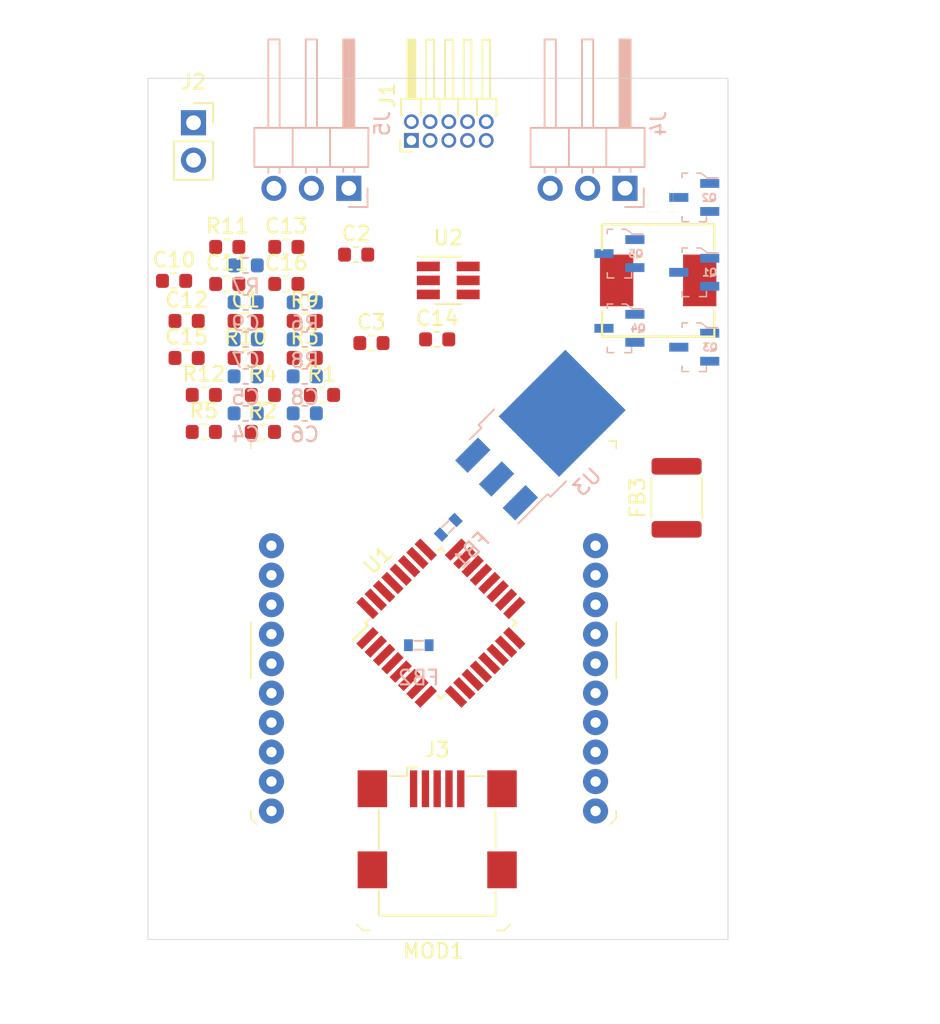
<source format=kicad_pcb>
(kicad_pcb (version 20171130) (host pcbnew 5.1.6)

  (general
    (thickness 1.6)
    (drawings 6)
    (tracks 0)
    (zones 0)
    (modules 46)
    (nets 82)
  )

  (page A4)
  (layers
    (0 F.Cu signal)
    (31 B.Cu signal)
    (32 B.Adhes user)
    (33 F.Adhes user)
    (34 B.Paste user)
    (35 F.Paste user)
    (36 B.SilkS user)
    (37 F.SilkS user)
    (38 B.Mask user)
    (39 F.Mask user)
    (40 Dwgs.User user)
    (41 Cmts.User user)
    (42 Eco1.User user)
    (43 Eco2.User user)
    (44 Edge.Cuts user)
    (45 Margin user)
    (46 B.CrtYd user)
    (47 F.CrtYd user)
    (48 B.Fab user)
    (49 F.Fab user)
  )

  (setup
    (last_trace_width 0.25)
    (trace_clearance 0.2)
    (zone_clearance 0.508)
    (zone_45_only no)
    (trace_min 0.2)
    (via_size 0.8)
    (via_drill 0.4)
    (via_min_size 0.4)
    (via_min_drill 0.3)
    (uvia_size 0.3)
    (uvia_drill 0.1)
    (uvias_allowed no)
    (uvia_min_size 0.2)
    (uvia_min_drill 0.1)
    (edge_width 0.05)
    (segment_width 0.2)
    (pcb_text_width 0.3)
    (pcb_text_size 1.5 1.5)
    (mod_edge_width 0.12)
    (mod_text_size 1 1)
    (mod_text_width 0.15)
    (pad_size 1.524 1.524)
    (pad_drill 0.762)
    (pad_to_mask_clearance 0.05)
    (aux_axis_origin 0 0)
    (visible_elements FFFFFF7F)
    (pcbplotparams
      (layerselection 0x010fc_ffffffff)
      (usegerberextensions false)
      (usegerberattributes true)
      (usegerberadvancedattributes true)
      (creategerberjobfile true)
      (excludeedgelayer true)
      (linewidth 0.100000)
      (plotframeref false)
      (viasonmask false)
      (mode 1)
      (useauxorigin false)
      (hpglpennumber 1)
      (hpglpenspeed 20)
      (hpglpendiameter 15.000000)
      (psnegative false)
      (psa4output false)
      (plotreference true)
      (plotvalue true)
      (plotinvisibletext false)
      (padsonsilk false)
      (subtractmaskfromsilk false)
      (outputformat 1)
      (mirror false)
      (drillshape 1)
      (scaleselection 1)
      (outputdirectory ""))
  )

  (net 0 "")
  (net 1 "Net-(J1-Pad10)")
  (net 2 "Net-(J1-Pad8)")
  (net 3 "Net-(J1-Pad7)")
  (net 4 "Net-(J1-Pad6)")
  (net 5 "Net-(J1-Pad4)")
  (net 6 "Net-(J1-Pad2)")
  (net 7 +3V3)
  (net 8 "Net-(MOD1-Pad20)")
  (net 9 "Net-(MOD1-Pad19)")
  (net 10 "Net-(MOD1-Pad18)")
  (net 11 "Net-(MOD1-Pad17)")
  (net 12 "Net-(MOD1-Pad16)")
  (net 13 "Net-(MOD1-Pad15)")
  (net 14 "Net-(MOD1-Pad14)")
  (net 15 "Net-(MOD1-Pad13)")
  (net 16 "Net-(MOD1-Pad12)")
  (net 17 "Net-(MOD1-Pad11)")
  (net 18 "Net-(MOD1-Pad10)")
  (net 19 "Net-(MOD1-Pad9)")
  (net 20 "Net-(MOD1-Pad8)")
  (net 21 "Net-(MOD1-Pad7)")
  (net 22 "Net-(MOD1-Pad6)")
  (net 23 "Net-(MOD1-Pad5)")
  (net 24 "Net-(MOD1-Pad4)")
  (net 25 "Net-(MOD1-Pad3)")
  (net 26 "Net-(MOD1-Pad2)")
  (net 27 "Net-(MOD1-Pad1)")
  (net 28 "Net-(U1-Pad32)")
  (net 29 "Net-(U1-Pad31)")
  (net 30 "Net-(U1-Pad27)")
  (net 31 "Net-(U1-Pad26)")
  (net 32 "Net-(U1-Pad25)")
  (net 33 "Net-(U1-Pad24)")
  (net 34 "Net-(U1-Pad23)")
  (net 35 "Net-(U1-Pad22)")
  (net 36 "Net-(U1-Pad21)")
  (net 37 "Net-(U1-Pad20)")
  (net 38 "Net-(U1-Pad19)")
  (net 39 "Net-(U1-Pad18)")
  (net 40 "Net-(U1-Pad17)")
  (net 41 "Net-(U1-Pad16)")
  (net 42 "Net-(U1-Pad15)")
  (net 43 "Net-(U1-Pad14)")
  (net 44 "Net-(U1-Pad13)")
  (net 45 "Net-(U1-Pad12)")
  (net 46 "Net-(U1-Pad11)")
  (net 47 "Net-(U1-Pad8)")
  (net 48 "Net-(U1-Pad7)")
  (net 49 "Net-(U1-Pad6)")
  (net 50 "Net-(U1-Pad5)")
  (net 51 "Net-(U1-Pad4)")
  (net 52 "Net-(U1-Pad3)")
  (net 53 /Brain/VCC_MCU_CORE)
  (net 54 /VBUS)
  (net 55 "Net-(C11-Pad1)")
  (net 56 -BATT)
  (net 57 "Net-(J3-Pad5)")
  (net 58 "Net-(J3-Pad4)")
  (net 59 "Net-(J3-Pad3)")
  (net 60 "Net-(J3-Pad2)")
  (net 61 "Net-(J3-Pad6)")
  (net 62 "Net-(Q1-Pad1)")
  (net 63 +BATT)
  (net 64 /Power/VBATT_EN)
  (net 65 /Power/VBUS_USB)
  (net 66 /Power/VBUS_BATT)
  (net 67 "Net-(Q2-Pad3)")
  (net 68 "Net-(Q3-Pad3)")
  (net 69 +5V)
  (net 70 "Net-(R7-Pad1)")
  (net 71 /Brain/XOUT32)
  (net 72 /Brain/XIN32)
  (net 73 "Net-(C3-Pad2)")
  (net 74 "Net-(C3-Pad1)")
  (net 75 "Net-(J4-Pad2)")
  (net 76 /Controls/SERVO_SIG)
  (net 77 "Net-(J5-Pad2)")
  (net 78 /Controls/ESC_SIG)
  (net 79 /VBattMeasure)
  (net 80 "Net-(R3-Pad2)")
  (net 81 /Brain/~MCU_RST)

  (net_class Default "This is the default net class."
    (clearance 0.2)
    (trace_width 0.25)
    (via_dia 0.8)
    (via_drill 0.4)
    (uvia_dia 0.3)
    (uvia_drill 0.1)
    (add_net +3V3)
    (add_net +5V)
    (add_net +BATT)
    (add_net -BATT)
    (add_net /Brain/VCC_MCU_CORE)
    (add_net /Brain/XIN32)
    (add_net /Brain/XOUT32)
    (add_net /Brain/~MCU_RST)
    (add_net /Controls/ESC_SIG)
    (add_net /Controls/SERVO_SIG)
    (add_net /Power/VBATT_EN)
    (add_net /Power/VBUS_BATT)
    (add_net /Power/VBUS_USB)
    (add_net /VBUS)
    (add_net /VBattMeasure)
    (add_net "Net-(C11-Pad1)")
    (add_net "Net-(C3-Pad1)")
    (add_net "Net-(C3-Pad2)")
    (add_net "Net-(J1-Pad10)")
    (add_net "Net-(J1-Pad2)")
    (add_net "Net-(J1-Pad4)")
    (add_net "Net-(J1-Pad6)")
    (add_net "Net-(J1-Pad7)")
    (add_net "Net-(J1-Pad8)")
    (add_net "Net-(J3-Pad2)")
    (add_net "Net-(J3-Pad3)")
    (add_net "Net-(J3-Pad4)")
    (add_net "Net-(J3-Pad5)")
    (add_net "Net-(J3-Pad6)")
    (add_net "Net-(J4-Pad2)")
    (add_net "Net-(J5-Pad2)")
    (add_net "Net-(MOD1-Pad1)")
    (add_net "Net-(MOD1-Pad10)")
    (add_net "Net-(MOD1-Pad11)")
    (add_net "Net-(MOD1-Pad12)")
    (add_net "Net-(MOD1-Pad13)")
    (add_net "Net-(MOD1-Pad14)")
    (add_net "Net-(MOD1-Pad15)")
    (add_net "Net-(MOD1-Pad16)")
    (add_net "Net-(MOD1-Pad17)")
    (add_net "Net-(MOD1-Pad18)")
    (add_net "Net-(MOD1-Pad19)")
    (add_net "Net-(MOD1-Pad2)")
    (add_net "Net-(MOD1-Pad20)")
    (add_net "Net-(MOD1-Pad3)")
    (add_net "Net-(MOD1-Pad4)")
    (add_net "Net-(MOD1-Pad5)")
    (add_net "Net-(MOD1-Pad6)")
    (add_net "Net-(MOD1-Pad7)")
    (add_net "Net-(MOD1-Pad8)")
    (add_net "Net-(MOD1-Pad9)")
    (add_net "Net-(Q1-Pad1)")
    (add_net "Net-(Q2-Pad3)")
    (add_net "Net-(Q3-Pad3)")
    (add_net "Net-(R3-Pad2)")
    (add_net "Net-(R7-Pad1)")
    (add_net "Net-(U1-Pad11)")
    (add_net "Net-(U1-Pad12)")
    (add_net "Net-(U1-Pad13)")
    (add_net "Net-(U1-Pad14)")
    (add_net "Net-(U1-Pad15)")
    (add_net "Net-(U1-Pad16)")
    (add_net "Net-(U1-Pad17)")
    (add_net "Net-(U1-Pad18)")
    (add_net "Net-(U1-Pad19)")
    (add_net "Net-(U1-Pad20)")
    (add_net "Net-(U1-Pad21)")
    (add_net "Net-(U1-Pad22)")
    (add_net "Net-(U1-Pad23)")
    (add_net "Net-(U1-Pad24)")
    (add_net "Net-(U1-Pad25)")
    (add_net "Net-(U1-Pad26)")
    (add_net "Net-(U1-Pad27)")
    (add_net "Net-(U1-Pad3)")
    (add_net "Net-(U1-Pad31)")
    (add_net "Net-(U1-Pad32)")
    (add_net "Net-(U1-Pad4)")
    (add_net "Net-(U1-Pad5)")
    (add_net "Net-(U1-Pad6)")
    (add_net "Net-(U1-Pad7)")
    (add_net "Net-(U1-Pad8)")
  )

  (module Connector_PinHeader_2.54mm:PinHeader_1x03_P2.54mm_Horizontal (layer B.Cu) (tedit 59FED5CB) (tstamp 5F781A3E)
    (at 116.5 41.75 90)
    (descr "Through hole angled pin header, 1x03, 2.54mm pitch, 6mm pin length, single row")
    (tags "Through hole angled pin header THT 1x03 2.54mm single row")
    (path /5F83D554/5F83E17B)
    (fp_text reference J5 (at 4.385 2.27 90) (layer B.SilkS)
      (effects (font (size 1 1) (thickness 0.15)) (justify mirror))
    )
    (fp_text value ESC_Header (at 4.385 -7.35 90) (layer B.Fab)
      (effects (font (size 1 1) (thickness 0.15)) (justify mirror))
    )
    (fp_line (start 10.55 1.8) (end -1.8 1.8) (layer B.CrtYd) (width 0.05))
    (fp_line (start 10.55 -6.85) (end 10.55 1.8) (layer B.CrtYd) (width 0.05))
    (fp_line (start -1.8 -6.85) (end 10.55 -6.85) (layer B.CrtYd) (width 0.05))
    (fp_line (start -1.8 1.8) (end -1.8 -6.85) (layer B.CrtYd) (width 0.05))
    (fp_line (start -1.27 1.27) (end 0 1.27) (layer B.SilkS) (width 0.12))
    (fp_line (start -1.27 0) (end -1.27 1.27) (layer B.SilkS) (width 0.12))
    (fp_line (start 1.042929 -5.46) (end 1.44 -5.46) (layer B.SilkS) (width 0.12))
    (fp_line (start 1.042929 -4.7) (end 1.44 -4.7) (layer B.SilkS) (width 0.12))
    (fp_line (start 10.1 -5.46) (end 4.1 -5.46) (layer B.SilkS) (width 0.12))
    (fp_line (start 10.1 -4.7) (end 10.1 -5.46) (layer B.SilkS) (width 0.12))
    (fp_line (start 4.1 -4.7) (end 10.1 -4.7) (layer B.SilkS) (width 0.12))
    (fp_line (start 1.44 -3.81) (end 4.1 -3.81) (layer B.SilkS) (width 0.12))
    (fp_line (start 1.042929 -2.92) (end 1.44 -2.92) (layer B.SilkS) (width 0.12))
    (fp_line (start 1.042929 -2.16) (end 1.44 -2.16) (layer B.SilkS) (width 0.12))
    (fp_line (start 10.1 -2.92) (end 4.1 -2.92) (layer B.SilkS) (width 0.12))
    (fp_line (start 10.1 -2.16) (end 10.1 -2.92) (layer B.SilkS) (width 0.12))
    (fp_line (start 4.1 -2.16) (end 10.1 -2.16) (layer B.SilkS) (width 0.12))
    (fp_line (start 1.44 -1.27) (end 4.1 -1.27) (layer B.SilkS) (width 0.12))
    (fp_line (start 1.11 -0.38) (end 1.44 -0.38) (layer B.SilkS) (width 0.12))
    (fp_line (start 1.11 0.38) (end 1.44 0.38) (layer B.SilkS) (width 0.12))
    (fp_line (start 4.1 -0.28) (end 10.1 -0.28) (layer B.SilkS) (width 0.12))
    (fp_line (start 4.1 -0.16) (end 10.1 -0.16) (layer B.SilkS) (width 0.12))
    (fp_line (start 4.1 -0.04) (end 10.1 -0.04) (layer B.SilkS) (width 0.12))
    (fp_line (start 4.1 0.08) (end 10.1 0.08) (layer B.SilkS) (width 0.12))
    (fp_line (start 4.1 0.2) (end 10.1 0.2) (layer B.SilkS) (width 0.12))
    (fp_line (start 4.1 0.32) (end 10.1 0.32) (layer B.SilkS) (width 0.12))
    (fp_line (start 10.1 -0.38) (end 4.1 -0.38) (layer B.SilkS) (width 0.12))
    (fp_line (start 10.1 0.38) (end 10.1 -0.38) (layer B.SilkS) (width 0.12))
    (fp_line (start 4.1 0.38) (end 10.1 0.38) (layer B.SilkS) (width 0.12))
    (fp_line (start 4.1 1.33) (end 1.44 1.33) (layer B.SilkS) (width 0.12))
    (fp_line (start 4.1 -6.41) (end 4.1 1.33) (layer B.SilkS) (width 0.12))
    (fp_line (start 1.44 -6.41) (end 4.1 -6.41) (layer B.SilkS) (width 0.12))
    (fp_line (start 1.44 1.33) (end 1.44 -6.41) (layer B.SilkS) (width 0.12))
    (fp_line (start 4.04 -5.4) (end 10.04 -5.4) (layer B.Fab) (width 0.1))
    (fp_line (start 10.04 -4.76) (end 10.04 -5.4) (layer B.Fab) (width 0.1))
    (fp_line (start 4.04 -4.76) (end 10.04 -4.76) (layer B.Fab) (width 0.1))
    (fp_line (start -0.32 -5.4) (end 1.5 -5.4) (layer B.Fab) (width 0.1))
    (fp_line (start -0.32 -4.76) (end -0.32 -5.4) (layer B.Fab) (width 0.1))
    (fp_line (start -0.32 -4.76) (end 1.5 -4.76) (layer B.Fab) (width 0.1))
    (fp_line (start 4.04 -2.86) (end 10.04 -2.86) (layer B.Fab) (width 0.1))
    (fp_line (start 10.04 -2.22) (end 10.04 -2.86) (layer B.Fab) (width 0.1))
    (fp_line (start 4.04 -2.22) (end 10.04 -2.22) (layer B.Fab) (width 0.1))
    (fp_line (start -0.32 -2.86) (end 1.5 -2.86) (layer B.Fab) (width 0.1))
    (fp_line (start -0.32 -2.22) (end -0.32 -2.86) (layer B.Fab) (width 0.1))
    (fp_line (start -0.32 -2.22) (end 1.5 -2.22) (layer B.Fab) (width 0.1))
    (fp_line (start 4.04 -0.32) (end 10.04 -0.32) (layer B.Fab) (width 0.1))
    (fp_line (start 10.04 0.32) (end 10.04 -0.32) (layer B.Fab) (width 0.1))
    (fp_line (start 4.04 0.32) (end 10.04 0.32) (layer B.Fab) (width 0.1))
    (fp_line (start -0.32 -0.32) (end 1.5 -0.32) (layer B.Fab) (width 0.1))
    (fp_line (start -0.32 0.32) (end -0.32 -0.32) (layer B.Fab) (width 0.1))
    (fp_line (start -0.32 0.32) (end 1.5 0.32) (layer B.Fab) (width 0.1))
    (fp_line (start 1.5 0.635) (end 2.135 1.27) (layer B.Fab) (width 0.1))
    (fp_line (start 1.5 -6.35) (end 1.5 0.635) (layer B.Fab) (width 0.1))
    (fp_line (start 4.04 -6.35) (end 1.5 -6.35) (layer B.Fab) (width 0.1))
    (fp_line (start 4.04 1.27) (end 4.04 -6.35) (layer B.Fab) (width 0.1))
    (fp_line (start 2.135 1.27) (end 4.04 1.27) (layer B.Fab) (width 0.1))
    (fp_text user %R (at 2.77 -2.54 180) (layer B.Fab)
      (effects (font (size 1 1) (thickness 0.15)) (justify mirror))
    )
    (pad 3 thru_hole oval (at 0 -5.08 90) (size 1.7 1.7) (drill 1) (layers *.Cu *.Mask)
      (net 78 /Controls/ESC_SIG))
    (pad 2 thru_hole oval (at 0 -2.54 90) (size 1.7 1.7) (drill 1) (layers *.Cu *.Mask)
      (net 77 "Net-(J5-Pad2)"))
    (pad 1 thru_hole rect (at 0 0 90) (size 1.7 1.7) (drill 1) (layers *.Cu *.Mask)
      (net 56 -BATT))
    (model ${KISYS3DMOD}/Connector_PinHeader_2.54mm.3dshapes/PinHeader_1x03_P2.54mm_Horizontal.wrl
      (at (xyz 0 0 0))
      (scale (xyz 1 1 1))
      (rotate (xyz 0 0 0))
    )
  )

  (module Connector_PinHeader_2.54mm:PinHeader_1x03_P2.54mm_Horizontal (layer B.Cu) (tedit 59FED5CB) (tstamp 5F7819FE)
    (at 135.25 41.75 90)
    (descr "Through hole angled pin header, 1x03, 2.54mm pitch, 6mm pin length, single row")
    (tags "Through hole angled pin header THT 1x03 2.54mm single row")
    (path /5F83D554/5F83D7B2)
    (fp_text reference J4 (at 4.385 2.27 90) (layer B.SilkS)
      (effects (font (size 1 1) (thickness 0.15)) (justify mirror))
    )
    (fp_text value SERVO_Header (at 4.385 -7.35 90) (layer B.Fab)
      (effects (font (size 1 1) (thickness 0.15)) (justify mirror))
    )
    (fp_line (start 10.55 1.8) (end -1.8 1.8) (layer B.CrtYd) (width 0.05))
    (fp_line (start 10.55 -6.85) (end 10.55 1.8) (layer B.CrtYd) (width 0.05))
    (fp_line (start -1.8 -6.85) (end 10.55 -6.85) (layer B.CrtYd) (width 0.05))
    (fp_line (start -1.8 1.8) (end -1.8 -6.85) (layer B.CrtYd) (width 0.05))
    (fp_line (start -1.27 1.27) (end 0 1.27) (layer B.SilkS) (width 0.12))
    (fp_line (start -1.27 0) (end -1.27 1.27) (layer B.SilkS) (width 0.12))
    (fp_line (start 1.042929 -5.46) (end 1.44 -5.46) (layer B.SilkS) (width 0.12))
    (fp_line (start 1.042929 -4.7) (end 1.44 -4.7) (layer B.SilkS) (width 0.12))
    (fp_line (start 10.1 -5.46) (end 4.1 -5.46) (layer B.SilkS) (width 0.12))
    (fp_line (start 10.1 -4.7) (end 10.1 -5.46) (layer B.SilkS) (width 0.12))
    (fp_line (start 4.1 -4.7) (end 10.1 -4.7) (layer B.SilkS) (width 0.12))
    (fp_line (start 1.44 -3.81) (end 4.1 -3.81) (layer B.SilkS) (width 0.12))
    (fp_line (start 1.042929 -2.92) (end 1.44 -2.92) (layer B.SilkS) (width 0.12))
    (fp_line (start 1.042929 -2.16) (end 1.44 -2.16) (layer B.SilkS) (width 0.12))
    (fp_line (start 10.1 -2.92) (end 4.1 -2.92) (layer B.SilkS) (width 0.12))
    (fp_line (start 10.1 -2.16) (end 10.1 -2.92) (layer B.SilkS) (width 0.12))
    (fp_line (start 4.1 -2.16) (end 10.1 -2.16) (layer B.SilkS) (width 0.12))
    (fp_line (start 1.44 -1.27) (end 4.1 -1.27) (layer B.SilkS) (width 0.12))
    (fp_line (start 1.11 -0.38) (end 1.44 -0.38) (layer B.SilkS) (width 0.12))
    (fp_line (start 1.11 0.38) (end 1.44 0.38) (layer B.SilkS) (width 0.12))
    (fp_line (start 4.1 -0.28) (end 10.1 -0.28) (layer B.SilkS) (width 0.12))
    (fp_line (start 4.1 -0.16) (end 10.1 -0.16) (layer B.SilkS) (width 0.12))
    (fp_line (start 4.1 -0.04) (end 10.1 -0.04) (layer B.SilkS) (width 0.12))
    (fp_line (start 4.1 0.08) (end 10.1 0.08) (layer B.SilkS) (width 0.12))
    (fp_line (start 4.1 0.2) (end 10.1 0.2) (layer B.SilkS) (width 0.12))
    (fp_line (start 4.1 0.32) (end 10.1 0.32) (layer B.SilkS) (width 0.12))
    (fp_line (start 10.1 -0.38) (end 4.1 -0.38) (layer B.SilkS) (width 0.12))
    (fp_line (start 10.1 0.38) (end 10.1 -0.38) (layer B.SilkS) (width 0.12))
    (fp_line (start 4.1 0.38) (end 10.1 0.38) (layer B.SilkS) (width 0.12))
    (fp_line (start 4.1 1.33) (end 1.44 1.33) (layer B.SilkS) (width 0.12))
    (fp_line (start 4.1 -6.41) (end 4.1 1.33) (layer B.SilkS) (width 0.12))
    (fp_line (start 1.44 -6.41) (end 4.1 -6.41) (layer B.SilkS) (width 0.12))
    (fp_line (start 1.44 1.33) (end 1.44 -6.41) (layer B.SilkS) (width 0.12))
    (fp_line (start 4.04 -5.4) (end 10.04 -5.4) (layer B.Fab) (width 0.1))
    (fp_line (start 10.04 -4.76) (end 10.04 -5.4) (layer B.Fab) (width 0.1))
    (fp_line (start 4.04 -4.76) (end 10.04 -4.76) (layer B.Fab) (width 0.1))
    (fp_line (start -0.32 -5.4) (end 1.5 -5.4) (layer B.Fab) (width 0.1))
    (fp_line (start -0.32 -4.76) (end -0.32 -5.4) (layer B.Fab) (width 0.1))
    (fp_line (start -0.32 -4.76) (end 1.5 -4.76) (layer B.Fab) (width 0.1))
    (fp_line (start 4.04 -2.86) (end 10.04 -2.86) (layer B.Fab) (width 0.1))
    (fp_line (start 10.04 -2.22) (end 10.04 -2.86) (layer B.Fab) (width 0.1))
    (fp_line (start 4.04 -2.22) (end 10.04 -2.22) (layer B.Fab) (width 0.1))
    (fp_line (start -0.32 -2.86) (end 1.5 -2.86) (layer B.Fab) (width 0.1))
    (fp_line (start -0.32 -2.22) (end -0.32 -2.86) (layer B.Fab) (width 0.1))
    (fp_line (start -0.32 -2.22) (end 1.5 -2.22) (layer B.Fab) (width 0.1))
    (fp_line (start 4.04 -0.32) (end 10.04 -0.32) (layer B.Fab) (width 0.1))
    (fp_line (start 10.04 0.32) (end 10.04 -0.32) (layer B.Fab) (width 0.1))
    (fp_line (start 4.04 0.32) (end 10.04 0.32) (layer B.Fab) (width 0.1))
    (fp_line (start -0.32 -0.32) (end 1.5 -0.32) (layer B.Fab) (width 0.1))
    (fp_line (start -0.32 0.32) (end -0.32 -0.32) (layer B.Fab) (width 0.1))
    (fp_line (start -0.32 0.32) (end 1.5 0.32) (layer B.Fab) (width 0.1))
    (fp_line (start 1.5 0.635) (end 2.135 1.27) (layer B.Fab) (width 0.1))
    (fp_line (start 1.5 -6.35) (end 1.5 0.635) (layer B.Fab) (width 0.1))
    (fp_line (start 4.04 -6.35) (end 1.5 -6.35) (layer B.Fab) (width 0.1))
    (fp_line (start 4.04 1.27) (end 4.04 -6.35) (layer B.Fab) (width 0.1))
    (fp_line (start 2.135 1.27) (end 4.04 1.27) (layer B.Fab) (width 0.1))
    (fp_text user %R (at 2.77 -2.54 180) (layer B.Fab)
      (effects (font (size 1 1) (thickness 0.15)) (justify mirror))
    )
    (pad 3 thru_hole oval (at 0 -5.08 90) (size 1.7 1.7) (drill 1) (layers *.Cu *.Mask)
      (net 76 /Controls/SERVO_SIG))
    (pad 2 thru_hole oval (at 0 -2.54 90) (size 1.7 1.7) (drill 1) (layers *.Cu *.Mask)
      (net 75 "Net-(J4-Pad2)"))
    (pad 1 thru_hole rect (at 0 0 90) (size 1.7 1.7) (drill 1) (layers *.Cu *.Mask)
      (net 56 -BATT))
    (model ${KISYS3DMOD}/Connector_PinHeader_2.54mm.3dshapes/PinHeader_1x03_P2.54mm_Horizontal.wrl
      (at (xyz 0 0 0))
      (scale (xyz 1 1 1))
      (rotate (xyz 0 0 0))
    )
  )

  (module plib:INDM7676X355N (layer F.Cu) (tedit 5F769DE2) (tstamp 5F77B639)
    (at 137.5 48)
    (path /5F774081/5F7715ED)
    (fp_text reference L1 (at 0.356195 -5.393825) (layer F.SilkS)
      (effects (font (size 1.642748 1.642748) (thickness 0.015)))
    )
    (fp_text value "1.5uH - 13mOhm" (at 8.091115 5.877535) (layer F.Fab)
      (effects (font (size 1.642827 1.642827) (thickness 0.015)))
    )
    (fp_line (start -3.81 -3.81) (end -3.81 3.81) (layer F.Fab) (width 0.1524))
    (fp_line (start 3.81 -3.81) (end -3.81 -3.81) (layer F.Fab) (width 0.1524))
    (fp_line (start 3.81 3.81) (end 3.81 -3.81) (layer F.Fab) (width 0.1524))
    (fp_line (start -3.81 3.81) (end 3.81 3.81) (layer F.Fab) (width 0.1524))
    (fp_line (start -3.81 1.905) (end -1.905 3.81) (layer F.Fab) (width 0.1524))
    (fp_line (start -3.81 -1.905) (end -1.905 -3.81) (layer F.Fab) (width 0.1524))
    (fp_line (start -3.81 -3.81) (end -3.81 -2.0828) (layer F.SilkS) (width 0.1524))
    (fp_line (start 3.81 -3.81) (end -3.81 -3.81) (layer F.SilkS) (width 0.1524))
    (fp_line (start 3.81 3.81) (end 3.81 2.0828) (layer F.SilkS) (width 0.1524))
    (fp_line (start -3.81 3.81) (end 3.81 3.81) (layer F.SilkS) (width 0.1524))
    (fp_line (start -3.81 2.0828) (end -3.81 3.81) (layer F.SilkS) (width 0.1524))
    (fp_line (start 3.81 -2.0828) (end 3.81 -3.81) (layer F.SilkS) (width 0.1524))
    (pad 2 smd rect (at 2.8194 0) (size 2.2606 3.5052) (layers F.Cu F.Paste F.Mask)
      (net 66 /Power/VBUS_BATT))
    (pad 1 smd rect (at -2.8194 0) (size 2.2606 3.5052) (layers F.Cu F.Paste F.Mask)
      (net 74 "Net-(C3-Pad1)"))
  )

  (module Package_TO_SOT_SMD:SOT-23-6_Handsoldering (layer F.Cu) (tedit 5A02FF57) (tstamp 5F775933)
    (at 123.25 48)
    (descr "6-pin SOT-23 package, Handsoldering")
    (tags "SOT-23-6 Handsoldering")
    (path /5F774081/5F76878D)
    (attr smd)
    (fp_text reference U2 (at 0 -2.9) (layer F.SilkS)
      (effects (font (size 1 1) (thickness 0.15)))
    )
    (fp_text value TPS563249DDC (at 0 2.9) (layer F.Fab)
      (effects (font (size 1 1) (thickness 0.15)))
    )
    (fp_line (start 0.9 -1.55) (end 0.9 1.55) (layer F.Fab) (width 0.1))
    (fp_line (start 0.9 1.55) (end -0.9 1.55) (layer F.Fab) (width 0.1))
    (fp_line (start -0.9 -0.9) (end -0.9 1.55) (layer F.Fab) (width 0.1))
    (fp_line (start 0.9 -1.55) (end -0.25 -1.55) (layer F.Fab) (width 0.1))
    (fp_line (start -0.9 -0.9) (end -0.25 -1.55) (layer F.Fab) (width 0.1))
    (fp_line (start -2.4 -1.8) (end 2.4 -1.8) (layer F.CrtYd) (width 0.05))
    (fp_line (start 2.4 -1.8) (end 2.4 1.8) (layer F.CrtYd) (width 0.05))
    (fp_line (start 2.4 1.8) (end -2.4 1.8) (layer F.CrtYd) (width 0.05))
    (fp_line (start -2.4 1.8) (end -2.4 -1.8) (layer F.CrtYd) (width 0.05))
    (fp_line (start 0.9 -1.61) (end -2.05 -1.61) (layer F.SilkS) (width 0.12))
    (fp_line (start -0.9 1.61) (end 0.9 1.61) (layer F.SilkS) (width 0.12))
    (fp_text user %R (at 0 0 90) (layer F.Fab)
      (effects (font (size 0.5 0.5) (thickness 0.075)))
    )
    (pad 5 smd rect (at 1.35 0) (size 1.56 0.65) (layers F.Cu F.Paste F.Mask)
      (net 64 /Power/VBATT_EN))
    (pad 6 smd rect (at 1.35 -0.95) (size 1.56 0.65) (layers F.Cu F.Paste F.Mask)
      (net 73 "Net-(C3-Pad2)"))
    (pad 4 smd rect (at 1.35 0.95) (size 1.56 0.65) (layers F.Cu F.Paste F.Mask)
      (net 80 "Net-(R3-Pad2)"))
    (pad 3 smd rect (at -1.35 0.95) (size 1.56 0.65) (layers F.Cu F.Paste F.Mask)
      (net 63 +BATT))
    (pad 2 smd rect (at -1.35 0) (size 1.56 0.65) (layers F.Cu F.Paste F.Mask)
      (net 74 "Net-(C3-Pad1)"))
    (pad 1 smd rect (at -1.35 -0.95) (size 1.56 0.65) (layers F.Cu F.Paste F.Mask)
      (net 56 -BATT))
    (model ${KISYS3DMOD}/Package_TO_SOT_SMD.3dshapes/SOT-23-6.wrl
      (at (xyz 0 0 0))
      (scale (xyz 1 1 1))
      (rotate (xyz 0 0 0))
    )
  )

  (module Resistor_SMD:R_0603_1608Metric (layer F.Cu) (tedit 5B301BBD) (tstamp 5F7758A1)
    (at 106.66 55.77)
    (descr "Resistor SMD 0603 (1608 Metric), square (rectangular) end terminal, IPC_7351 nominal, (Body size source: http://www.tortai-tech.com/upload/download/2011102023233369053.pdf), generated with kicad-footprint-generator")
    (tags resistor)
    (path /5F774081/5F954132)
    (attr smd)
    (fp_text reference R12 (at 0 -1.43) (layer F.SilkS)
      (effects (font (size 1 1) (thickness 0.15)))
    )
    (fp_text value 100k (at 0 1.43) (layer F.Fab)
      (effects (font (size 1 1) (thickness 0.15)))
    )
    (fp_line (start 1.48 0.73) (end -1.48 0.73) (layer F.CrtYd) (width 0.05))
    (fp_line (start 1.48 -0.73) (end 1.48 0.73) (layer F.CrtYd) (width 0.05))
    (fp_line (start -1.48 -0.73) (end 1.48 -0.73) (layer F.CrtYd) (width 0.05))
    (fp_line (start -1.48 0.73) (end -1.48 -0.73) (layer F.CrtYd) (width 0.05))
    (fp_line (start -0.162779 0.51) (end 0.162779 0.51) (layer F.SilkS) (width 0.12))
    (fp_line (start -0.162779 -0.51) (end 0.162779 -0.51) (layer F.SilkS) (width 0.12))
    (fp_line (start 0.8 0.4) (end -0.8 0.4) (layer F.Fab) (width 0.1))
    (fp_line (start 0.8 -0.4) (end 0.8 0.4) (layer F.Fab) (width 0.1))
    (fp_line (start -0.8 -0.4) (end 0.8 -0.4) (layer F.Fab) (width 0.1))
    (fp_line (start -0.8 0.4) (end -0.8 -0.4) (layer F.Fab) (width 0.1))
    (fp_text user %R (at 0 0) (layer F.Fab)
      (effects (font (size 0.4 0.4) (thickness 0.06)))
    )
    (pad 2 smd roundrect (at 0.7875 0) (size 0.875 0.95) (layers F.Cu F.Paste F.Mask) (roundrect_rratio 0.25)
      (net 56 -BATT))
    (pad 1 smd roundrect (at -0.7875 0) (size 0.875 0.95) (layers F.Cu F.Paste F.Mask) (roundrect_rratio 0.25)
      (net 67 "Net-(Q2-Pad3)"))
    (model ${KISYS3DMOD}/Resistor_SMD.3dshapes/R_0603_1608Metric.wrl
      (at (xyz 0 0 0))
      (scale (xyz 1 1 1))
      (rotate (xyz 0 0 0))
    )
  )

  (module Resistor_SMD:R_0603_1608Metric (layer F.Cu) (tedit 5B301BBD) (tstamp 5F775890)
    (at 108.25 45.73)
    (descr "Resistor SMD 0603 (1608 Metric), square (rectangular) end terminal, IPC_7351 nominal, (Body size source: http://www.tortai-tech.com/upload/download/2011102023233369053.pdf), generated with kicad-footprint-generator")
    (tags resistor)
    (path /5F774081/5F9699F8)
    (attr smd)
    (fp_text reference R11 (at 0 -1.43) (layer F.SilkS)
      (effects (font (size 1 1) (thickness 0.15)))
    )
    (fp_text value 100k (at 0 1.43) (layer F.Fab)
      (effects (font (size 1 1) (thickness 0.15)))
    )
    (fp_line (start 1.48 0.73) (end -1.48 0.73) (layer F.CrtYd) (width 0.05))
    (fp_line (start 1.48 -0.73) (end 1.48 0.73) (layer F.CrtYd) (width 0.05))
    (fp_line (start -1.48 -0.73) (end 1.48 -0.73) (layer F.CrtYd) (width 0.05))
    (fp_line (start -1.48 0.73) (end -1.48 -0.73) (layer F.CrtYd) (width 0.05))
    (fp_line (start -0.162779 0.51) (end 0.162779 0.51) (layer F.SilkS) (width 0.12))
    (fp_line (start -0.162779 -0.51) (end 0.162779 -0.51) (layer F.SilkS) (width 0.12))
    (fp_line (start 0.8 0.4) (end -0.8 0.4) (layer F.Fab) (width 0.1))
    (fp_line (start 0.8 -0.4) (end 0.8 0.4) (layer F.Fab) (width 0.1))
    (fp_line (start -0.8 -0.4) (end 0.8 -0.4) (layer F.Fab) (width 0.1))
    (fp_line (start -0.8 0.4) (end -0.8 -0.4) (layer F.Fab) (width 0.1))
    (fp_text user %R (at 0 0) (layer F.Fab)
      (effects (font (size 0.4 0.4) (thickness 0.06)))
    )
    (pad 2 smd roundrect (at 0.7875 0) (size 0.875 0.95) (layers F.Cu F.Paste F.Mask) (roundrect_rratio 0.25)
      (net 56 -BATT))
    (pad 1 smd roundrect (at -0.7875 0) (size 0.875 0.95) (layers F.Cu F.Paste F.Mask) (roundrect_rratio 0.25)
      (net 65 /Power/VBUS_USB))
    (model ${KISYS3DMOD}/Resistor_SMD.3dshapes/R_0603_1608Metric.wrl
      (at (xyz 0 0 0))
      (scale (xyz 1 1 1))
      (rotate (xyz 0 0 0))
    )
  )

  (module Resistor_SMD:R_0603_1608Metric (layer F.Cu) (tedit 5B301BBD) (tstamp 5F77587F)
    (at 109.5 53.26)
    (descr "Resistor SMD 0603 (1608 Metric), square (rectangular) end terminal, IPC_7351 nominal, (Body size source: http://www.tortai-tech.com/upload/download/2011102023233369053.pdf), generated with kicad-footprint-generator")
    (tags resistor)
    (path /5F774081/5F97D126)
    (attr smd)
    (fp_text reference R10 (at 0 -1.43) (layer F.SilkS)
      (effects (font (size 1 1) (thickness 0.15)))
    )
    (fp_text value 100k (at 0 1.43) (layer F.Fab)
      (effects (font (size 1 1) (thickness 0.15)))
    )
    (fp_line (start 1.48 0.73) (end -1.48 0.73) (layer F.CrtYd) (width 0.05))
    (fp_line (start 1.48 -0.73) (end 1.48 0.73) (layer F.CrtYd) (width 0.05))
    (fp_line (start -1.48 -0.73) (end 1.48 -0.73) (layer F.CrtYd) (width 0.05))
    (fp_line (start -1.48 0.73) (end -1.48 -0.73) (layer F.CrtYd) (width 0.05))
    (fp_line (start -0.162779 0.51) (end 0.162779 0.51) (layer F.SilkS) (width 0.12))
    (fp_line (start -0.162779 -0.51) (end 0.162779 -0.51) (layer F.SilkS) (width 0.12))
    (fp_line (start 0.8 0.4) (end -0.8 0.4) (layer F.Fab) (width 0.1))
    (fp_line (start 0.8 -0.4) (end 0.8 0.4) (layer F.Fab) (width 0.1))
    (fp_line (start -0.8 -0.4) (end 0.8 -0.4) (layer F.Fab) (width 0.1))
    (fp_line (start -0.8 0.4) (end -0.8 -0.4) (layer F.Fab) (width 0.1))
    (fp_text user %R (at 0 0) (layer F.Fab)
      (effects (font (size 0.4 0.4) (thickness 0.06)))
    )
    (pad 2 smd roundrect (at 0.7875 0) (size 0.875 0.95) (layers F.Cu F.Paste F.Mask) (roundrect_rratio 0.25)
      (net 56 -BATT))
    (pad 1 smd roundrect (at -0.7875 0) (size 0.875 0.95) (layers F.Cu F.Paste F.Mask) (roundrect_rratio 0.25)
      (net 66 /Power/VBUS_BATT))
    (model ${KISYS3DMOD}/Resistor_SMD.3dshapes/R_0603_1608Metric.wrl
      (at (xyz 0 0 0))
      (scale (xyz 1 1 1))
      (rotate (xyz 0 0 0))
    )
  )

  (module Resistor_SMD:R_0603_1608Metric (layer F.Cu) (tedit 5B301BBD) (tstamp 5F77586E)
    (at 113.51 50.75)
    (descr "Resistor SMD 0603 (1608 Metric), square (rectangular) end terminal, IPC_7351 nominal, (Body size source: http://www.tortai-tech.com/upload/download/2011102023233369053.pdf), generated with kicad-footprint-generator")
    (tags resistor)
    (path /5F774081/5F9CF261)
    (attr smd)
    (fp_text reference R9 (at 0 -1.43) (layer F.SilkS)
      (effects (font (size 1 1) (thickness 0.15)))
    )
    (fp_text value 4.7k (at 0 1.43) (layer F.Fab)
      (effects (font (size 1 1) (thickness 0.15)))
    )
    (fp_line (start 1.48 0.73) (end -1.48 0.73) (layer F.CrtYd) (width 0.05))
    (fp_line (start 1.48 -0.73) (end 1.48 0.73) (layer F.CrtYd) (width 0.05))
    (fp_line (start -1.48 -0.73) (end 1.48 -0.73) (layer F.CrtYd) (width 0.05))
    (fp_line (start -1.48 0.73) (end -1.48 -0.73) (layer F.CrtYd) (width 0.05))
    (fp_line (start -0.162779 0.51) (end 0.162779 0.51) (layer F.SilkS) (width 0.12))
    (fp_line (start -0.162779 -0.51) (end 0.162779 -0.51) (layer F.SilkS) (width 0.12))
    (fp_line (start 0.8 0.4) (end -0.8 0.4) (layer F.Fab) (width 0.1))
    (fp_line (start 0.8 -0.4) (end 0.8 0.4) (layer F.Fab) (width 0.1))
    (fp_line (start -0.8 -0.4) (end 0.8 -0.4) (layer F.Fab) (width 0.1))
    (fp_line (start -0.8 0.4) (end -0.8 -0.4) (layer F.Fab) (width 0.1))
    (fp_text user %R (at 0 0) (layer F.Fab)
      (effects (font (size 0.4 0.4) (thickness 0.06)))
    )
    (pad 2 smd roundrect (at 0.7875 0) (size 0.875 0.95) (layers F.Cu F.Paste F.Mask) (roundrect_rratio 0.25)
      (net 56 -BATT))
    (pad 1 smd roundrect (at -0.7875 0) (size 0.875 0.95) (layers F.Cu F.Paste F.Mask) (roundrect_rratio 0.25)
      (net 62 "Net-(Q1-Pad1)"))
    (model ${KISYS3DMOD}/Resistor_SMD.3dshapes/R_0603_1608Metric.wrl
      (at (xyz 0 0 0))
      (scale (xyz 1 1 1))
      (rotate (xyz 0 0 0))
    )
  )

  (module Resistor_SMD:R_0603_1608Metric (layer B.Cu) (tedit 5B301BBD) (tstamp 5F77585D)
    (at 113.51 52)
    (descr "Resistor SMD 0603 (1608 Metric), square (rectangular) end terminal, IPC_7351 nominal, (Body size source: http://www.tortai-tech.com/upload/download/2011102023233369053.pdf), generated with kicad-footprint-generator")
    (tags resistor)
    (path /5F7734A5/5FAF50EB)
    (attr smd)
    (fp_text reference R8 (at 0 1.43) (layer B.SilkS)
      (effects (font (size 1 1) (thickness 0.15)) (justify mirror))
    )
    (fp_text value 330R (at 0 -1.43) (layer B.Fab)
      (effects (font (size 1 1) (thickness 0.15)) (justify mirror))
    )
    (fp_line (start 1.48 -0.73) (end -1.48 -0.73) (layer B.CrtYd) (width 0.05))
    (fp_line (start 1.48 0.73) (end 1.48 -0.73) (layer B.CrtYd) (width 0.05))
    (fp_line (start -1.48 0.73) (end 1.48 0.73) (layer B.CrtYd) (width 0.05))
    (fp_line (start -1.48 -0.73) (end -1.48 0.73) (layer B.CrtYd) (width 0.05))
    (fp_line (start -0.162779 -0.51) (end 0.162779 -0.51) (layer B.SilkS) (width 0.12))
    (fp_line (start -0.162779 0.51) (end 0.162779 0.51) (layer B.SilkS) (width 0.12))
    (fp_line (start 0.8 -0.4) (end -0.8 -0.4) (layer B.Fab) (width 0.1))
    (fp_line (start 0.8 0.4) (end 0.8 -0.4) (layer B.Fab) (width 0.1))
    (fp_line (start -0.8 0.4) (end 0.8 0.4) (layer B.Fab) (width 0.1))
    (fp_line (start -0.8 -0.4) (end -0.8 0.4) (layer B.Fab) (width 0.1))
    (fp_text user %R (at 0 0) (layer B.Fab)
      (effects (font (size 0.4 0.4) (thickness 0.06)) (justify mirror))
    )
    (pad 2 smd roundrect (at 0.7875 0) (size 0.875 0.95) (layers B.Cu B.Paste B.Mask) (roundrect_rratio 0.25)
      (net 1 "Net-(J1-Pad10)"))
    (pad 1 smd roundrect (at -0.7875 0) (size 0.875 0.95) (layers B.Cu B.Paste B.Mask) (roundrect_rratio 0.25)
      (net 81 /Brain/~MCU_RST))
    (model ${KISYS3DMOD}/Resistor_SMD.3dshapes/R_0603_1608Metric.wrl
      (at (xyz 0 0 0))
      (scale (xyz 1 1 1))
      (rotate (xyz 0 0 0))
    )
  )

  (module Resistor_SMD:R_0603_1608Metric (layer B.Cu) (tedit 5B301BBD) (tstamp 5F77584C)
    (at 109.5 46.98)
    (descr "Resistor SMD 0603 (1608 Metric), square (rectangular) end terminal, IPC_7351 nominal, (Body size source: http://www.tortai-tech.com/upload/download/2011102023233369053.pdf), generated with kicad-footprint-generator")
    (tags resistor)
    (path /5F7734A5/5FAF8D53)
    (attr smd)
    (fp_text reference R7 (at 0 1.43) (layer B.SilkS)
      (effects (font (size 1 1) (thickness 0.15)) (justify mirror))
    )
    (fp_text value 39R (at 0 -1.43) (layer B.Fab)
      (effects (font (size 1 1) (thickness 0.15)) (justify mirror))
    )
    (fp_line (start 1.48 -0.73) (end -1.48 -0.73) (layer B.CrtYd) (width 0.05))
    (fp_line (start 1.48 0.73) (end 1.48 -0.73) (layer B.CrtYd) (width 0.05))
    (fp_line (start -1.48 0.73) (end 1.48 0.73) (layer B.CrtYd) (width 0.05))
    (fp_line (start -1.48 -0.73) (end -1.48 0.73) (layer B.CrtYd) (width 0.05))
    (fp_line (start -0.162779 -0.51) (end 0.162779 -0.51) (layer B.SilkS) (width 0.12))
    (fp_line (start -0.162779 0.51) (end 0.162779 0.51) (layer B.SilkS) (width 0.12))
    (fp_line (start 0.8 -0.4) (end -0.8 -0.4) (layer B.Fab) (width 0.1))
    (fp_line (start 0.8 0.4) (end 0.8 -0.4) (layer B.Fab) (width 0.1))
    (fp_line (start -0.8 0.4) (end 0.8 0.4) (layer B.Fab) (width 0.1))
    (fp_line (start -0.8 -0.4) (end -0.8 0.4) (layer B.Fab) (width 0.1))
    (fp_text user %R (at 0 0) (layer B.Fab)
      (effects (font (size 0.4 0.4) (thickness 0.06)) (justify mirror))
    )
    (pad 2 smd roundrect (at 0.7875 0) (size 0.875 0.95) (layers B.Cu B.Paste B.Mask) (roundrect_rratio 0.25)
      (net 1 "Net-(J1-Pad10)"))
    (pad 1 smd roundrect (at -0.7875 0) (size 0.875 0.95) (layers B.Cu B.Paste B.Mask) (roundrect_rratio 0.25)
      (net 70 "Net-(R7-Pad1)"))
    (model ${KISYS3DMOD}/Resistor_SMD.3dshapes/R_0603_1608Metric.wrl
      (at (xyz 0 0 0))
      (scale (xyz 1 1 1))
      (rotate (xyz 0 0 0))
    )
  )

  (module Resistor_SMD:R_0603_1608Metric (layer B.Cu) (tedit 5B301BBD) (tstamp 5F77583B)
    (at 113.51 49.49)
    (descr "Resistor SMD 0603 (1608 Metric), square (rectangular) end terminal, IPC_7351 nominal, (Body size source: http://www.tortai-tech.com/upload/download/2011102023233369053.pdf), generated with kicad-footprint-generator")
    (tags resistor)
    (path /5F7734A5/5FB178A0)
    (attr smd)
    (fp_text reference R6 (at 0 1.43) (layer B.SilkS)
      (effects (font (size 1 1) (thickness 0.15)) (justify mirror))
    )
    (fp_text value 10k (at 0 -1.43) (layer B.Fab)
      (effects (font (size 1 1) (thickness 0.15)) (justify mirror))
    )
    (fp_line (start 1.48 -0.73) (end -1.48 -0.73) (layer B.CrtYd) (width 0.05))
    (fp_line (start 1.48 0.73) (end 1.48 -0.73) (layer B.CrtYd) (width 0.05))
    (fp_line (start -1.48 0.73) (end 1.48 0.73) (layer B.CrtYd) (width 0.05))
    (fp_line (start -1.48 -0.73) (end -1.48 0.73) (layer B.CrtYd) (width 0.05))
    (fp_line (start -0.162779 -0.51) (end 0.162779 -0.51) (layer B.SilkS) (width 0.12))
    (fp_line (start -0.162779 0.51) (end 0.162779 0.51) (layer B.SilkS) (width 0.12))
    (fp_line (start 0.8 -0.4) (end -0.8 -0.4) (layer B.Fab) (width 0.1))
    (fp_line (start 0.8 0.4) (end 0.8 -0.4) (layer B.Fab) (width 0.1))
    (fp_line (start -0.8 0.4) (end 0.8 0.4) (layer B.Fab) (width 0.1))
    (fp_line (start -0.8 -0.4) (end -0.8 0.4) (layer B.Fab) (width 0.1))
    (fp_text user %R (at 0 0) (layer B.Fab)
      (effects (font (size 0.4 0.4) (thickness 0.06)) (justify mirror))
    )
    (pad 2 smd roundrect (at 0.7875 0) (size 0.875 0.95) (layers B.Cu B.Paste B.Mask) (roundrect_rratio 0.25)
      (net 7 +3V3))
    (pad 1 smd roundrect (at -0.7875 0) (size 0.875 0.95) (layers B.Cu B.Paste B.Mask) (roundrect_rratio 0.25)
      (net 1 "Net-(J1-Pad10)"))
    (model ${KISYS3DMOD}/Resistor_SMD.3dshapes/R_0603_1608Metric.wrl
      (at (xyz 0 0 0))
      (scale (xyz 1 1 1))
      (rotate (xyz 0 0 0))
    )
  )

  (module Resistor_SMD:R_0603_1608Metric (layer F.Cu) (tedit 5B301BBD) (tstamp 5F77582A)
    (at 106.66 58.28)
    (descr "Resistor SMD 0603 (1608 Metric), square (rectangular) end terminal, IPC_7351 nominal, (Body size source: http://www.tortai-tech.com/upload/download/2011102023233369053.pdf), generated with kicad-footprint-generator")
    (tags resistor)
    (path /5F774081/5F776C6A)
    (attr smd)
    (fp_text reference R5 (at 0 -1.43) (layer F.SilkS)
      (effects (font (size 1 1) (thickness 0.15)))
    )
    (fp_text value 100k (at 0 1.43) (layer F.Fab)
      (effects (font (size 1 1) (thickness 0.15)))
    )
    (fp_line (start 1.48 0.73) (end -1.48 0.73) (layer F.CrtYd) (width 0.05))
    (fp_line (start 1.48 -0.73) (end 1.48 0.73) (layer F.CrtYd) (width 0.05))
    (fp_line (start -1.48 -0.73) (end 1.48 -0.73) (layer F.CrtYd) (width 0.05))
    (fp_line (start -1.48 0.73) (end -1.48 -0.73) (layer F.CrtYd) (width 0.05))
    (fp_line (start -0.162779 0.51) (end 0.162779 0.51) (layer F.SilkS) (width 0.12))
    (fp_line (start -0.162779 -0.51) (end 0.162779 -0.51) (layer F.SilkS) (width 0.12))
    (fp_line (start 0.8 0.4) (end -0.8 0.4) (layer F.Fab) (width 0.1))
    (fp_line (start 0.8 -0.4) (end 0.8 0.4) (layer F.Fab) (width 0.1))
    (fp_line (start -0.8 -0.4) (end 0.8 -0.4) (layer F.Fab) (width 0.1))
    (fp_line (start -0.8 0.4) (end -0.8 -0.4) (layer F.Fab) (width 0.1))
    (fp_text user %R (at 0 0) (layer F.Fab)
      (effects (font (size 0.4 0.4) (thickness 0.06)))
    )
    (pad 2 smd roundrect (at 0.7875 0) (size 0.875 0.95) (layers F.Cu F.Paste F.Mask) (roundrect_rratio 0.25)
      (net 56 -BATT))
    (pad 1 smd roundrect (at -0.7875 0) (size 0.875 0.95) (layers F.Cu F.Paste F.Mask) (roundrect_rratio 0.25)
      (net 66 /Power/VBUS_BATT))
    (model ${KISYS3DMOD}/Resistor_SMD.3dshapes/R_0603_1608Metric.wrl
      (at (xyz 0 0 0))
      (scale (xyz 1 1 1))
      (rotate (xyz 0 0 0))
    )
  )

  (module Resistor_SMD:R_0603_1608Metric (layer F.Cu) (tedit 5B301BBD) (tstamp 5F775819)
    (at 110.67 55.77)
    (descr "Resistor SMD 0603 (1608 Metric), square (rectangular) end terminal, IPC_7351 nominal, (Body size source: http://www.tortai-tech.com/upload/download/2011102023233369053.pdf), generated with kicad-footprint-generator")
    (tags resistor)
    (path /5F774081/5F76F68E)
    (attr smd)
    (fp_text reference R4 (at 0 -1.43) (layer F.SilkS)
      (effects (font (size 1 1) (thickness 0.15)))
    )
    (fp_text value 10k (at 0 1.43) (layer F.Fab)
      (effects (font (size 1 1) (thickness 0.15)))
    )
    (fp_line (start 1.48 0.73) (end -1.48 0.73) (layer F.CrtYd) (width 0.05))
    (fp_line (start 1.48 -0.73) (end 1.48 0.73) (layer F.CrtYd) (width 0.05))
    (fp_line (start -1.48 -0.73) (end 1.48 -0.73) (layer F.CrtYd) (width 0.05))
    (fp_line (start -1.48 0.73) (end -1.48 -0.73) (layer F.CrtYd) (width 0.05))
    (fp_line (start -0.162779 0.51) (end 0.162779 0.51) (layer F.SilkS) (width 0.12))
    (fp_line (start -0.162779 -0.51) (end 0.162779 -0.51) (layer F.SilkS) (width 0.12))
    (fp_line (start 0.8 0.4) (end -0.8 0.4) (layer F.Fab) (width 0.1))
    (fp_line (start 0.8 -0.4) (end 0.8 0.4) (layer F.Fab) (width 0.1))
    (fp_line (start -0.8 -0.4) (end 0.8 -0.4) (layer F.Fab) (width 0.1))
    (fp_line (start -0.8 0.4) (end -0.8 -0.4) (layer F.Fab) (width 0.1))
    (fp_text user %R (at 0 0) (layer F.Fab)
      (effects (font (size 0.4 0.4) (thickness 0.06)))
    )
    (pad 2 smd roundrect (at 0.7875 0) (size 0.875 0.95) (layers F.Cu F.Paste F.Mask) (roundrect_rratio 0.25)
      (net 56 -BATT))
    (pad 1 smd roundrect (at -0.7875 0) (size 0.875 0.95) (layers F.Cu F.Paste F.Mask) (roundrect_rratio 0.25)
      (net 80 "Net-(R3-Pad2)"))
    (model ${KISYS3DMOD}/Resistor_SMD.3dshapes/R_0603_1608Metric.wrl
      (at (xyz 0 0 0))
      (scale (xyz 1 1 1))
      (rotate (xyz 0 0 0))
    )
  )

  (module Resistor_SMD:R_0603_1608Metric (layer F.Cu) (tedit 5B301BBD) (tstamp 5F775808)
    (at 113.51 53.26)
    (descr "Resistor SMD 0603 (1608 Metric), square (rectangular) end terminal, IPC_7351 nominal, (Body size source: http://www.tortai-tech.com/upload/download/2011102023233369053.pdf), generated with kicad-footprint-generator")
    (tags resistor)
    (path /5F774081/5F76F585)
    (attr smd)
    (fp_text reference R3 (at 0 -1.43) (layer F.SilkS)
      (effects (font (size 1 1) (thickness 0.15)))
    )
    (fp_text value 73.2k (at 0 1.43) (layer F.Fab)
      (effects (font (size 1 1) (thickness 0.15)))
    )
    (fp_line (start 1.48 0.73) (end -1.48 0.73) (layer F.CrtYd) (width 0.05))
    (fp_line (start 1.48 -0.73) (end 1.48 0.73) (layer F.CrtYd) (width 0.05))
    (fp_line (start -1.48 -0.73) (end 1.48 -0.73) (layer F.CrtYd) (width 0.05))
    (fp_line (start -1.48 0.73) (end -1.48 -0.73) (layer F.CrtYd) (width 0.05))
    (fp_line (start -0.162779 0.51) (end 0.162779 0.51) (layer F.SilkS) (width 0.12))
    (fp_line (start -0.162779 -0.51) (end 0.162779 -0.51) (layer F.SilkS) (width 0.12))
    (fp_line (start 0.8 0.4) (end -0.8 0.4) (layer F.Fab) (width 0.1))
    (fp_line (start 0.8 -0.4) (end 0.8 0.4) (layer F.Fab) (width 0.1))
    (fp_line (start -0.8 -0.4) (end 0.8 -0.4) (layer F.Fab) (width 0.1))
    (fp_line (start -0.8 0.4) (end -0.8 -0.4) (layer F.Fab) (width 0.1))
    (fp_text user %R (at 0 0) (layer F.Fab)
      (effects (font (size 0.4 0.4) (thickness 0.06)))
    )
    (pad 2 smd roundrect (at 0.7875 0) (size 0.875 0.95) (layers F.Cu F.Paste F.Mask) (roundrect_rratio 0.25)
      (net 80 "Net-(R3-Pad2)"))
    (pad 1 smd roundrect (at -0.7875 0) (size 0.875 0.95) (layers F.Cu F.Paste F.Mask) (roundrect_rratio 0.25)
      (net 66 /Power/VBUS_BATT))
    (model ${KISYS3DMOD}/Resistor_SMD.3dshapes/R_0603_1608Metric.wrl
      (at (xyz 0 0 0))
      (scale (xyz 1 1 1))
      (rotate (xyz 0 0 0))
    )
  )

  (module Resistor_SMD:R_0603_1608Metric (layer F.Cu) (tedit 5B301BBD) (tstamp 5F7757F7)
    (at 110.67 58.28)
    (descr "Resistor SMD 0603 (1608 Metric), square (rectangular) end terminal, IPC_7351 nominal, (Body size source: http://www.tortai-tech.com/upload/download/2011102023233369053.pdf), generated with kicad-footprint-generator")
    (tags resistor)
    (path /5F774081/5F818807)
    (attr smd)
    (fp_text reference R2 (at 0 -1.43) (layer F.SilkS)
      (effects (font (size 1 1) (thickness 0.15)))
    )
    (fp_text value 38.5k (at 0 1.43) (layer F.Fab)
      (effects (font (size 1 1) (thickness 0.15)))
    )
    (fp_line (start 1.48 0.73) (end -1.48 0.73) (layer F.CrtYd) (width 0.05))
    (fp_line (start 1.48 -0.73) (end 1.48 0.73) (layer F.CrtYd) (width 0.05))
    (fp_line (start -1.48 -0.73) (end 1.48 -0.73) (layer F.CrtYd) (width 0.05))
    (fp_line (start -1.48 0.73) (end -1.48 -0.73) (layer F.CrtYd) (width 0.05))
    (fp_line (start -0.162779 0.51) (end 0.162779 0.51) (layer F.SilkS) (width 0.12))
    (fp_line (start -0.162779 -0.51) (end 0.162779 -0.51) (layer F.SilkS) (width 0.12))
    (fp_line (start 0.8 0.4) (end -0.8 0.4) (layer F.Fab) (width 0.1))
    (fp_line (start 0.8 -0.4) (end 0.8 0.4) (layer F.Fab) (width 0.1))
    (fp_line (start -0.8 -0.4) (end 0.8 -0.4) (layer F.Fab) (width 0.1))
    (fp_line (start -0.8 0.4) (end -0.8 -0.4) (layer F.Fab) (width 0.1))
    (fp_text user %R (at 0 0) (layer F.Fab)
      (effects (font (size 0.4 0.4) (thickness 0.06)))
    )
    (pad 2 smd roundrect (at 0.7875 0) (size 0.875 0.95) (layers F.Cu F.Paste F.Mask) (roundrect_rratio 0.25)
      (net 56 -BATT))
    (pad 1 smd roundrect (at -0.7875 0) (size 0.875 0.95) (layers F.Cu F.Paste F.Mask) (roundrect_rratio 0.25)
      (net 79 /VBattMeasure))
    (model ${KISYS3DMOD}/Resistor_SMD.3dshapes/R_0603_1608Metric.wrl
      (at (xyz 0 0 0))
      (scale (xyz 1 1 1))
      (rotate (xyz 0 0 0))
    )
  )

  (module Resistor_SMD:R_0603_1608Metric (layer F.Cu) (tedit 5B301BBD) (tstamp 5F7757E6)
    (at 114.68 55.77)
    (descr "Resistor SMD 0603 (1608 Metric), square (rectangular) end terminal, IPC_7351 nominal, (Body size source: http://www.tortai-tech.com/upload/download/2011102023233369053.pdf), generated with kicad-footprint-generator")
    (tags resistor)
    (path /5F774081/5F8174E9)
    (attr smd)
    (fp_text reference R1 (at 0 -1.43) (layer F.SilkS)
      (effects (font (size 1 1) (thickness 0.15)))
    )
    (fp_text value 100k (at 0 1.43) (layer F.Fab)
      (effects (font (size 1 1) (thickness 0.15)))
    )
    (fp_line (start 1.48 0.73) (end -1.48 0.73) (layer F.CrtYd) (width 0.05))
    (fp_line (start 1.48 -0.73) (end 1.48 0.73) (layer F.CrtYd) (width 0.05))
    (fp_line (start -1.48 -0.73) (end 1.48 -0.73) (layer F.CrtYd) (width 0.05))
    (fp_line (start -1.48 0.73) (end -1.48 -0.73) (layer F.CrtYd) (width 0.05))
    (fp_line (start -0.162779 0.51) (end 0.162779 0.51) (layer F.SilkS) (width 0.12))
    (fp_line (start -0.162779 -0.51) (end 0.162779 -0.51) (layer F.SilkS) (width 0.12))
    (fp_line (start 0.8 0.4) (end -0.8 0.4) (layer F.Fab) (width 0.1))
    (fp_line (start 0.8 -0.4) (end 0.8 0.4) (layer F.Fab) (width 0.1))
    (fp_line (start -0.8 -0.4) (end 0.8 -0.4) (layer F.Fab) (width 0.1))
    (fp_line (start -0.8 0.4) (end -0.8 -0.4) (layer F.Fab) (width 0.1))
    (fp_text user %R (at 0 0) (layer F.Fab)
      (effects (font (size 0.4 0.4) (thickness 0.06)))
    )
    (pad 2 smd roundrect (at 0.7875 0) (size 0.875 0.95) (layers F.Cu F.Paste F.Mask) (roundrect_rratio 0.25)
      (net 79 /VBattMeasure))
    (pad 1 smd roundrect (at -0.7875 0) (size 0.875 0.95) (layers F.Cu F.Paste F.Mask) (roundrect_rratio 0.25)
      (net 63 +BATT))
    (model ${KISYS3DMOD}/Resistor_SMD.3dshapes/R_0603_1608Metric.wrl
      (at (xyz 0 0 0))
      (scale (xyz 1 1 1))
      (rotate (xyz 0 0 0))
    )
  )

  (module Connector_PinSocket_2.54mm:PinSocket_1x02_P2.54mm_Vertical (layer F.Cu) (tedit 5A19A420) (tstamp 5F7755A3)
    (at 105.96 37.3)
    (descr "Through hole straight socket strip, 1x02, 2.54mm pitch, single row (from Kicad 4.0.7), script generated")
    (tags "Through hole socket strip THT 1x02 2.54mm single row")
    (path /5F774081/5F78340D)
    (fp_text reference J2 (at 0 -2.77) (layer F.SilkS)
      (effects (font (size 1 1) (thickness 0.15)))
    )
    (fp_text value "Battery 7.2v" (at 0 5.31) (layer F.Fab)
      (effects (font (size 1 1) (thickness 0.15)))
    )
    (fp_line (start -1.8 4.3) (end -1.8 -1.8) (layer F.CrtYd) (width 0.05))
    (fp_line (start 1.75 4.3) (end -1.8 4.3) (layer F.CrtYd) (width 0.05))
    (fp_line (start 1.75 -1.8) (end 1.75 4.3) (layer F.CrtYd) (width 0.05))
    (fp_line (start -1.8 -1.8) (end 1.75 -1.8) (layer F.CrtYd) (width 0.05))
    (fp_line (start 0 -1.33) (end 1.33 -1.33) (layer F.SilkS) (width 0.12))
    (fp_line (start 1.33 -1.33) (end 1.33 0) (layer F.SilkS) (width 0.12))
    (fp_line (start 1.33 1.27) (end 1.33 3.87) (layer F.SilkS) (width 0.12))
    (fp_line (start -1.33 3.87) (end 1.33 3.87) (layer F.SilkS) (width 0.12))
    (fp_line (start -1.33 1.27) (end -1.33 3.87) (layer F.SilkS) (width 0.12))
    (fp_line (start -1.33 1.27) (end 1.33 1.27) (layer F.SilkS) (width 0.12))
    (fp_line (start -1.27 3.81) (end -1.27 -1.27) (layer F.Fab) (width 0.1))
    (fp_line (start 1.27 3.81) (end -1.27 3.81) (layer F.Fab) (width 0.1))
    (fp_line (start 1.27 -0.635) (end 1.27 3.81) (layer F.Fab) (width 0.1))
    (fp_line (start 0.635 -1.27) (end 1.27 -0.635) (layer F.Fab) (width 0.1))
    (fp_line (start -1.27 -1.27) (end 0.635 -1.27) (layer F.Fab) (width 0.1))
    (fp_text user %R (at 0 1.27 90) (layer F.Fab)
      (effects (font (size 1 1) (thickness 0.15)))
    )
    (pad 2 thru_hole oval (at 0 2.54) (size 1.7 1.7) (drill 1) (layers *.Cu *.Mask)
      (net 56 -BATT))
    (pad 1 thru_hole rect (at 0 0) (size 1.7 1.7) (drill 1) (layers *.Cu *.Mask)
      (net 63 +BATT))
    (model ${KISYS3DMOD}/Connector_PinSocket_2.54mm.3dshapes/PinSocket_1x02_P2.54mm_Vertical.wrl
      (at (xyz 0 0 0))
      (scale (xyz 1 1 1))
      (rotate (xyz 0 0 0))
    )
  )

  (module Fuse:Fuse_1812_4532Metric (layer F.Cu) (tedit 5B301BBE) (tstamp 5F7754DF)
    (at 138.75 62.75 90)
    (descr "Fuse SMD 1812 (4532 Metric), square (rectangular) end terminal, IPC_7351 nominal, (Body size source: https://www.nikhef.nl/pub/departments/mt/projects/detectorR_D/dtddice/ERJ2G.pdf), generated with kicad-footprint-generator")
    (tags resistor)
    (path /5F774081/5F8FCEB5)
    (attr smd)
    (fp_text reference FB3 (at 0 -2.65 90) (layer F.SilkS)
      (effects (font (size 1 1) (thickness 0.15)))
    )
    (fp_text value MF-MSMF050-2 (at 0 2.65 90) (layer F.Fab)
      (effects (font (size 1 1) (thickness 0.15)))
    )
    (fp_line (start 2.95 1.95) (end -2.95 1.95) (layer F.CrtYd) (width 0.05))
    (fp_line (start 2.95 -1.95) (end 2.95 1.95) (layer F.CrtYd) (width 0.05))
    (fp_line (start -2.95 -1.95) (end 2.95 -1.95) (layer F.CrtYd) (width 0.05))
    (fp_line (start -2.95 1.95) (end -2.95 -1.95) (layer F.CrtYd) (width 0.05))
    (fp_line (start -1.386252 1.71) (end 1.386252 1.71) (layer F.SilkS) (width 0.12))
    (fp_line (start -1.386252 -1.71) (end 1.386252 -1.71) (layer F.SilkS) (width 0.12))
    (fp_line (start 2.25 1.6) (end -2.25 1.6) (layer F.Fab) (width 0.1))
    (fp_line (start 2.25 -1.6) (end 2.25 1.6) (layer F.Fab) (width 0.1))
    (fp_line (start -2.25 -1.6) (end 2.25 -1.6) (layer F.Fab) (width 0.1))
    (fp_line (start -2.25 1.6) (end -2.25 -1.6) (layer F.Fab) (width 0.1))
    (fp_text user %R (at 0 0 90) (layer F.Fab)
      (effects (font (size 1 1) (thickness 0.15)))
    )
    (pad 2 smd roundrect (at 2.1375 0 90) (size 1.125 3.4) (layers F.Cu F.Paste F.Mask) (roundrect_rratio 0.222222)
      (net 55 "Net-(C11-Pad1)"))
    (pad 1 smd roundrect (at -2.1375 0 90) (size 1.125 3.4) (layers F.Cu F.Paste F.Mask) (roundrect_rratio 0.222222)
      (net 65 /Power/VBUS_USB))
    (model ${KISYS3DMOD}/Fuse.3dshapes/Fuse_1812_4532Metric.wrl
      (at (xyz 0 0 0))
      (scale (xyz 1 1 1))
      (rotate (xyz 0 0 0))
    )
  )

  (module Capacitor_SMD:C_0603_1608Metric (layer F.Cu) (tedit 5B301BBE) (tstamp 5F775482)
    (at 112.26 48.24)
    (descr "Capacitor SMD 0603 (1608 Metric), square (rectangular) end terminal, IPC_7351 nominal, (Body size source: http://www.tortai-tech.com/upload/download/2011102023233369053.pdf), generated with kicad-footprint-generator")
    (tags capacitor)
    (path /5F774081/5F8A4FCD)
    (attr smd)
    (fp_text reference C16 (at 0 -1.43) (layer F.SilkS)
      (effects (font (size 1 1) (thickness 0.15)))
    )
    (fp_text value 10uF (at 0 1.43) (layer F.Fab)
      (effects (font (size 1 1) (thickness 0.15)))
    )
    (fp_line (start 1.48 0.73) (end -1.48 0.73) (layer F.CrtYd) (width 0.05))
    (fp_line (start 1.48 -0.73) (end 1.48 0.73) (layer F.CrtYd) (width 0.05))
    (fp_line (start -1.48 -0.73) (end 1.48 -0.73) (layer F.CrtYd) (width 0.05))
    (fp_line (start -1.48 0.73) (end -1.48 -0.73) (layer F.CrtYd) (width 0.05))
    (fp_line (start -0.162779 0.51) (end 0.162779 0.51) (layer F.SilkS) (width 0.12))
    (fp_line (start -0.162779 -0.51) (end 0.162779 -0.51) (layer F.SilkS) (width 0.12))
    (fp_line (start 0.8 0.4) (end -0.8 0.4) (layer F.Fab) (width 0.1))
    (fp_line (start 0.8 -0.4) (end 0.8 0.4) (layer F.Fab) (width 0.1))
    (fp_line (start -0.8 -0.4) (end 0.8 -0.4) (layer F.Fab) (width 0.1))
    (fp_line (start -0.8 0.4) (end -0.8 -0.4) (layer F.Fab) (width 0.1))
    (fp_text user %R (at 0 0) (layer F.Fab)
      (effects (font (size 0.4 0.4) (thickness 0.06)))
    )
    (pad 2 smd roundrect (at 0.7875 0) (size 0.875 0.95) (layers F.Cu F.Paste F.Mask) (roundrect_rratio 0.25)
      (net 56 -BATT))
    (pad 1 smd roundrect (at -0.7875 0) (size 0.875 0.95) (layers F.Cu F.Paste F.Mask) (roundrect_rratio 0.25)
      (net 7 +3V3))
    (model ${KISYS3DMOD}/Capacitor_SMD.3dshapes/C_0603_1608Metric.wrl
      (at (xyz 0 0 0))
      (scale (xyz 1 1 1))
      (rotate (xyz 0 0 0))
    )
  )

  (module Capacitor_SMD:C_0603_1608Metric (layer F.Cu) (tedit 5B301BBE) (tstamp 5F775471)
    (at 105.49 53.26)
    (descr "Capacitor SMD 0603 (1608 Metric), square (rectangular) end terminal, IPC_7351 nominal, (Body size source: http://www.tortai-tech.com/upload/download/2011102023233369053.pdf), generated with kicad-footprint-generator")
    (tags capacitor)
    (path /5F774081/5FA3C09D)
    (attr smd)
    (fp_text reference C15 (at 0 -1.43) (layer F.SilkS)
      (effects (font (size 1 1) (thickness 0.15)))
    )
    (fp_text value 1uF (at 0 1.43) (layer F.Fab)
      (effects (font (size 1 1) (thickness 0.15)))
    )
    (fp_line (start 1.48 0.73) (end -1.48 0.73) (layer F.CrtYd) (width 0.05))
    (fp_line (start 1.48 -0.73) (end 1.48 0.73) (layer F.CrtYd) (width 0.05))
    (fp_line (start -1.48 -0.73) (end 1.48 -0.73) (layer F.CrtYd) (width 0.05))
    (fp_line (start -1.48 0.73) (end -1.48 -0.73) (layer F.CrtYd) (width 0.05))
    (fp_line (start -0.162779 0.51) (end 0.162779 0.51) (layer F.SilkS) (width 0.12))
    (fp_line (start -0.162779 -0.51) (end 0.162779 -0.51) (layer F.SilkS) (width 0.12))
    (fp_line (start 0.8 0.4) (end -0.8 0.4) (layer F.Fab) (width 0.1))
    (fp_line (start 0.8 -0.4) (end 0.8 0.4) (layer F.Fab) (width 0.1))
    (fp_line (start -0.8 -0.4) (end 0.8 -0.4) (layer F.Fab) (width 0.1))
    (fp_line (start -0.8 0.4) (end -0.8 -0.4) (layer F.Fab) (width 0.1))
    (fp_text user %R (at 0 0) (layer F.Fab)
      (effects (font (size 0.4 0.4) (thickness 0.06)))
    )
    (pad 2 smd roundrect (at 0.7875 0) (size 0.875 0.95) (layers F.Cu F.Paste F.Mask) (roundrect_rratio 0.25)
      (net 56 -BATT))
    (pad 1 smd roundrect (at -0.7875 0) (size 0.875 0.95) (layers F.Cu F.Paste F.Mask) (roundrect_rratio 0.25)
      (net 69 +5V))
    (model ${KISYS3DMOD}/Capacitor_SMD.3dshapes/C_0603_1608Metric.wrl
      (at (xyz 0 0 0))
      (scale (xyz 1 1 1))
      (rotate (xyz 0 0 0))
    )
  )

  (module Capacitor_SMD:C_0603_1608Metric (layer F.Cu) (tedit 5B301BBE) (tstamp 5F775460)
    (at 122.5 52)
    (descr "Capacitor SMD 0603 (1608 Metric), square (rectangular) end terminal, IPC_7351 nominal, (Body size source: http://www.tortai-tech.com/upload/download/2011102023233369053.pdf), generated with kicad-footprint-generator")
    (tags capacitor)
    (path /5F774081/5FA39241)
    (attr smd)
    (fp_text reference C14 (at 0 -1.43) (layer F.SilkS)
      (effects (font (size 1 1) (thickness 0.15)))
    )
    (fp_text value 100nF (at 0 1.43) (layer F.Fab)
      (effects (font (size 1 1) (thickness 0.15)))
    )
    (fp_line (start 1.48 0.73) (end -1.48 0.73) (layer F.CrtYd) (width 0.05))
    (fp_line (start 1.48 -0.73) (end 1.48 0.73) (layer F.CrtYd) (width 0.05))
    (fp_line (start -1.48 -0.73) (end 1.48 -0.73) (layer F.CrtYd) (width 0.05))
    (fp_line (start -1.48 0.73) (end -1.48 -0.73) (layer F.CrtYd) (width 0.05))
    (fp_line (start -0.162779 0.51) (end 0.162779 0.51) (layer F.SilkS) (width 0.12))
    (fp_line (start -0.162779 -0.51) (end 0.162779 -0.51) (layer F.SilkS) (width 0.12))
    (fp_line (start 0.8 0.4) (end -0.8 0.4) (layer F.Fab) (width 0.1))
    (fp_line (start 0.8 -0.4) (end 0.8 0.4) (layer F.Fab) (width 0.1))
    (fp_line (start -0.8 -0.4) (end 0.8 -0.4) (layer F.Fab) (width 0.1))
    (fp_line (start -0.8 0.4) (end -0.8 -0.4) (layer F.Fab) (width 0.1))
    (fp_text user %R (at 0 0) (layer F.Fab)
      (effects (font (size 0.4 0.4) (thickness 0.06)))
    )
    (pad 2 smd roundrect (at 0.7875 0) (size 0.875 0.95) (layers F.Cu F.Paste F.Mask) (roundrect_rratio 0.25)
      (net 56 -BATT))
    (pad 1 smd roundrect (at -0.7875 0) (size 0.875 0.95) (layers F.Cu F.Paste F.Mask) (roundrect_rratio 0.25)
      (net 69 +5V))
    (model ${KISYS3DMOD}/Capacitor_SMD.3dshapes/C_0603_1608Metric.wrl
      (at (xyz 0 0 0))
      (scale (xyz 1 1 1))
      (rotate (xyz 0 0 0))
    )
  )

  (module Capacitor_SMD:C_0603_1608Metric (layer F.Cu) (tedit 5B301BBE) (tstamp 5F77544F)
    (at 112.26 45.73)
    (descr "Capacitor SMD 0603 (1608 Metric), square (rectangular) end terminal, IPC_7351 nominal, (Body size source: http://www.tortai-tech.com/upload/download/2011102023233369053.pdf), generated with kicad-footprint-generator")
    (tags capacitor)
    (path /5F774081/5F8A1559)
    (attr smd)
    (fp_text reference C13 (at 0 -1.43) (layer F.SilkS)
      (effects (font (size 1 1) (thickness 0.15)))
    )
    (fp_text value 100nF (at 0 1.43) (layer F.Fab)
      (effects (font (size 1 1) (thickness 0.15)))
    )
    (fp_line (start 1.48 0.73) (end -1.48 0.73) (layer F.CrtYd) (width 0.05))
    (fp_line (start 1.48 -0.73) (end 1.48 0.73) (layer F.CrtYd) (width 0.05))
    (fp_line (start -1.48 -0.73) (end 1.48 -0.73) (layer F.CrtYd) (width 0.05))
    (fp_line (start -1.48 0.73) (end -1.48 -0.73) (layer F.CrtYd) (width 0.05))
    (fp_line (start -0.162779 0.51) (end 0.162779 0.51) (layer F.SilkS) (width 0.12))
    (fp_line (start -0.162779 -0.51) (end 0.162779 -0.51) (layer F.SilkS) (width 0.12))
    (fp_line (start 0.8 0.4) (end -0.8 0.4) (layer F.Fab) (width 0.1))
    (fp_line (start 0.8 -0.4) (end 0.8 0.4) (layer F.Fab) (width 0.1))
    (fp_line (start -0.8 -0.4) (end 0.8 -0.4) (layer F.Fab) (width 0.1))
    (fp_line (start -0.8 0.4) (end -0.8 -0.4) (layer F.Fab) (width 0.1))
    (fp_text user %R (at 0 0) (layer F.Fab)
      (effects (font (size 0.4 0.4) (thickness 0.06)))
    )
    (pad 2 smd roundrect (at 0.7875 0) (size 0.875 0.95) (layers F.Cu F.Paste F.Mask) (roundrect_rratio 0.25)
      (net 56 -BATT))
    (pad 1 smd roundrect (at -0.7875 0) (size 0.875 0.95) (layers F.Cu F.Paste F.Mask) (roundrect_rratio 0.25)
      (net 69 +5V))
    (model ${KISYS3DMOD}/Capacitor_SMD.3dshapes/C_0603_1608Metric.wrl
      (at (xyz 0 0 0))
      (scale (xyz 1 1 1))
      (rotate (xyz 0 0 0))
    )
  )

  (module Capacitor_SMD:C_0603_1608Metric (layer F.Cu) (tedit 5B301BBE) (tstamp 5F77543E)
    (at 105.49 50.75)
    (descr "Capacitor SMD 0603 (1608 Metric), square (rectangular) end terminal, IPC_7351 nominal, (Body size source: http://www.tortai-tech.com/upload/download/2011102023233369053.pdf), generated with kicad-footprint-generator")
    (tags capacitor)
    (path /5F774081/5F86E4D9)
    (attr smd)
    (fp_text reference C12 (at 0 -1.43) (layer F.SilkS)
      (effects (font (size 1 1) (thickness 0.15)))
    )
    (fp_text value 22uF (at 0 1.43) (layer F.Fab)
      (effects (font (size 1 1) (thickness 0.15)))
    )
    (fp_line (start 1.48 0.73) (end -1.48 0.73) (layer F.CrtYd) (width 0.05))
    (fp_line (start 1.48 -0.73) (end 1.48 0.73) (layer F.CrtYd) (width 0.05))
    (fp_line (start -1.48 -0.73) (end 1.48 -0.73) (layer F.CrtYd) (width 0.05))
    (fp_line (start -1.48 0.73) (end -1.48 -0.73) (layer F.CrtYd) (width 0.05))
    (fp_line (start -0.162779 0.51) (end 0.162779 0.51) (layer F.SilkS) (width 0.12))
    (fp_line (start -0.162779 -0.51) (end 0.162779 -0.51) (layer F.SilkS) (width 0.12))
    (fp_line (start 0.8 0.4) (end -0.8 0.4) (layer F.Fab) (width 0.1))
    (fp_line (start 0.8 -0.4) (end 0.8 0.4) (layer F.Fab) (width 0.1))
    (fp_line (start -0.8 -0.4) (end 0.8 -0.4) (layer F.Fab) (width 0.1))
    (fp_line (start -0.8 0.4) (end -0.8 -0.4) (layer F.Fab) (width 0.1))
    (fp_text user %R (at 0 0) (layer F.Fab)
      (effects (font (size 0.4 0.4) (thickness 0.06)))
    )
    (pad 2 smd roundrect (at 0.7875 0) (size 0.875 0.95) (layers F.Cu F.Paste F.Mask) (roundrect_rratio 0.25)
      (net 56 -BATT))
    (pad 1 smd roundrect (at -0.7875 0) (size 0.875 0.95) (layers F.Cu F.Paste F.Mask) (roundrect_rratio 0.25)
      (net 66 /Power/VBUS_BATT))
    (model ${KISYS3DMOD}/Capacitor_SMD.3dshapes/C_0603_1608Metric.wrl
      (at (xyz 0 0 0))
      (scale (xyz 1 1 1))
      (rotate (xyz 0 0 0))
    )
  )

  (module Capacitor_SMD:C_0603_1608Metric (layer F.Cu) (tedit 5B301BBE) (tstamp 5F77542D)
    (at 108.25 48.24)
    (descr "Capacitor SMD 0603 (1608 Metric), square (rectangular) end terminal, IPC_7351 nominal, (Body size source: http://www.tortai-tech.com/upload/download/2011102023233369053.pdf), generated with kicad-footprint-generator")
    (tags capacitor)
    (path /5F774081/5F8E6C94)
    (attr smd)
    (fp_text reference C11 (at 0 -1.43) (layer F.SilkS)
      (effects (font (size 1 1) (thickness 0.15)))
    )
    (fp_text value 4.7nF (at 0 1.43) (layer F.Fab)
      (effects (font (size 1 1) (thickness 0.15)))
    )
    (fp_line (start 1.48 0.73) (end -1.48 0.73) (layer F.CrtYd) (width 0.05))
    (fp_line (start 1.48 -0.73) (end 1.48 0.73) (layer F.CrtYd) (width 0.05))
    (fp_line (start -1.48 -0.73) (end 1.48 -0.73) (layer F.CrtYd) (width 0.05))
    (fp_line (start -1.48 0.73) (end -1.48 -0.73) (layer F.CrtYd) (width 0.05))
    (fp_line (start -0.162779 0.51) (end 0.162779 0.51) (layer F.SilkS) (width 0.12))
    (fp_line (start -0.162779 -0.51) (end 0.162779 -0.51) (layer F.SilkS) (width 0.12))
    (fp_line (start 0.8 0.4) (end -0.8 0.4) (layer F.Fab) (width 0.1))
    (fp_line (start 0.8 -0.4) (end 0.8 0.4) (layer F.Fab) (width 0.1))
    (fp_line (start -0.8 -0.4) (end 0.8 -0.4) (layer F.Fab) (width 0.1))
    (fp_line (start -0.8 0.4) (end -0.8 -0.4) (layer F.Fab) (width 0.1))
    (fp_text user %R (at 0 0) (layer F.Fab)
      (effects (font (size 0.4 0.4) (thickness 0.06)))
    )
    (pad 2 smd roundrect (at 0.7875 0) (size 0.875 0.95) (layers F.Cu F.Paste F.Mask) (roundrect_rratio 0.25)
      (net 56 -BATT))
    (pad 1 smd roundrect (at -0.7875 0) (size 0.875 0.95) (layers F.Cu F.Paste F.Mask) (roundrect_rratio 0.25)
      (net 55 "Net-(C11-Pad1)"))
    (model ${KISYS3DMOD}/Capacitor_SMD.3dshapes/C_0603_1608Metric.wrl
      (at (xyz 0 0 0))
      (scale (xyz 1 1 1))
      (rotate (xyz 0 0 0))
    )
  )

  (module Capacitor_SMD:C_0603_1608Metric (layer F.Cu) (tedit 5B301BBE) (tstamp 5F77541C)
    (at 104.64 48.03)
    (descr "Capacitor SMD 0603 (1608 Metric), square (rectangular) end terminal, IPC_7351 nominal, (Body size source: http://www.tortai-tech.com/upload/download/2011102023233369053.pdf), generated with kicad-footprint-generator")
    (tags capacitor)
    (path /5F774081/5F8E6796)
    (attr smd)
    (fp_text reference C10 (at 0 -1.43) (layer F.SilkS)
      (effects (font (size 1 1) (thickness 0.15)))
    )
    (fp_text value 4.7nF (at 0 1.43) (layer F.Fab)
      (effects (font (size 1 1) (thickness 0.15)))
    )
    (fp_line (start 1.48 0.73) (end -1.48 0.73) (layer F.CrtYd) (width 0.05))
    (fp_line (start 1.48 -0.73) (end 1.48 0.73) (layer F.CrtYd) (width 0.05))
    (fp_line (start -1.48 -0.73) (end 1.48 -0.73) (layer F.CrtYd) (width 0.05))
    (fp_line (start -1.48 0.73) (end -1.48 -0.73) (layer F.CrtYd) (width 0.05))
    (fp_line (start -0.162779 0.51) (end 0.162779 0.51) (layer F.SilkS) (width 0.12))
    (fp_line (start -0.162779 -0.51) (end 0.162779 -0.51) (layer F.SilkS) (width 0.12))
    (fp_line (start 0.8 0.4) (end -0.8 0.4) (layer F.Fab) (width 0.1))
    (fp_line (start 0.8 -0.4) (end 0.8 0.4) (layer F.Fab) (width 0.1))
    (fp_line (start -0.8 -0.4) (end 0.8 -0.4) (layer F.Fab) (width 0.1))
    (fp_line (start -0.8 0.4) (end -0.8 -0.4) (layer F.Fab) (width 0.1))
    (fp_text user %R (at 0 0) (layer F.Fab)
      (effects (font (size 0.4 0.4) (thickness 0.06)))
    )
    (pad 2 smd roundrect (at 0.7875 0) (size 0.875 0.95) (layers F.Cu F.Paste F.Mask) (roundrect_rratio 0.25)
      (net 56 -BATT))
    (pad 1 smd roundrect (at -0.7875 0) (size 0.875 0.95) (layers F.Cu F.Paste F.Mask) (roundrect_rratio 0.25)
      (net 54 /VBUS))
    (model ${KISYS3DMOD}/Capacitor_SMD.3dshapes/C_0603_1608Metric.wrl
      (at (xyz 0 0 0))
      (scale (xyz 1 1 1))
      (rotate (xyz 0 0 0))
    )
  )

  (module Capacitor_SMD:C_0603_1608Metric (layer B.Cu) (tedit 5B301BBE) (tstamp 5F77540B)
    (at 109.5 49.49)
    (descr "Capacitor SMD 0603 (1608 Metric), square (rectangular) end terminal, IPC_7351 nominal, (Body size source: http://www.tortai-tech.com/upload/download/2011102023233369053.pdf), generated with kicad-footprint-generator")
    (tags capacitor)
    (path /5F7734A5/5FA883BC)
    (attr smd)
    (fp_text reference C9 (at 0 1.43) (layer B.SilkS)
      (effects (font (size 1 1) (thickness 0.15)) (justify mirror))
    )
    (fp_text value 6.8pF (at 0 -1.43) (layer B.Fab)
      (effects (font (size 1 1) (thickness 0.15)) (justify mirror))
    )
    (fp_line (start 1.48 -0.73) (end -1.48 -0.73) (layer B.CrtYd) (width 0.05))
    (fp_line (start 1.48 0.73) (end 1.48 -0.73) (layer B.CrtYd) (width 0.05))
    (fp_line (start -1.48 0.73) (end 1.48 0.73) (layer B.CrtYd) (width 0.05))
    (fp_line (start -1.48 -0.73) (end -1.48 0.73) (layer B.CrtYd) (width 0.05))
    (fp_line (start -0.162779 -0.51) (end 0.162779 -0.51) (layer B.SilkS) (width 0.12))
    (fp_line (start -0.162779 0.51) (end 0.162779 0.51) (layer B.SilkS) (width 0.12))
    (fp_line (start 0.8 -0.4) (end -0.8 -0.4) (layer B.Fab) (width 0.1))
    (fp_line (start 0.8 0.4) (end 0.8 -0.4) (layer B.Fab) (width 0.1))
    (fp_line (start -0.8 0.4) (end 0.8 0.4) (layer B.Fab) (width 0.1))
    (fp_line (start -0.8 -0.4) (end -0.8 0.4) (layer B.Fab) (width 0.1))
    (fp_text user %R (at 0 0) (layer B.Fab)
      (effects (font (size 0.4 0.4) (thickness 0.06)) (justify mirror))
    )
    (pad 2 smd roundrect (at 0.7875 0) (size 0.875 0.95) (layers B.Cu B.Paste B.Mask) (roundrect_rratio 0.25)
      (net 56 -BATT))
    (pad 1 smd roundrect (at -0.7875 0) (size 0.875 0.95) (layers B.Cu B.Paste B.Mask) (roundrect_rratio 0.25)
      (net 71 /Brain/XOUT32))
    (model ${KISYS3DMOD}/Capacitor_SMD.3dshapes/C_0603_1608Metric.wrl
      (at (xyz 0 0 0))
      (scale (xyz 1 1 1))
      (rotate (xyz 0 0 0))
    )
  )

  (module Capacitor_SMD:C_0603_1608Metric (layer B.Cu) (tedit 5B301BBE) (tstamp 5F7753FA)
    (at 113.51 54.51)
    (descr "Capacitor SMD 0603 (1608 Metric), square (rectangular) end terminal, IPC_7351 nominal, (Body size source: http://www.tortai-tech.com/upload/download/2011102023233369053.pdf), generated with kicad-footprint-generator")
    (tags capacitor)
    (path /5F7734A5/5FA87EA0)
    (attr smd)
    (fp_text reference C8 (at 0 1.43) (layer B.SilkS)
      (effects (font (size 1 1) (thickness 0.15)) (justify mirror))
    )
    (fp_text value 6.8pF (at 0 -1.43) (layer B.Fab)
      (effects (font (size 1 1) (thickness 0.15)) (justify mirror))
    )
    (fp_line (start 1.48 -0.73) (end -1.48 -0.73) (layer B.CrtYd) (width 0.05))
    (fp_line (start 1.48 0.73) (end 1.48 -0.73) (layer B.CrtYd) (width 0.05))
    (fp_line (start -1.48 0.73) (end 1.48 0.73) (layer B.CrtYd) (width 0.05))
    (fp_line (start -1.48 -0.73) (end -1.48 0.73) (layer B.CrtYd) (width 0.05))
    (fp_line (start -0.162779 -0.51) (end 0.162779 -0.51) (layer B.SilkS) (width 0.12))
    (fp_line (start -0.162779 0.51) (end 0.162779 0.51) (layer B.SilkS) (width 0.12))
    (fp_line (start 0.8 -0.4) (end -0.8 -0.4) (layer B.Fab) (width 0.1))
    (fp_line (start 0.8 0.4) (end 0.8 -0.4) (layer B.Fab) (width 0.1))
    (fp_line (start -0.8 0.4) (end 0.8 0.4) (layer B.Fab) (width 0.1))
    (fp_line (start -0.8 -0.4) (end -0.8 0.4) (layer B.Fab) (width 0.1))
    (fp_text user %R (at 0 0) (layer B.Fab)
      (effects (font (size 0.4 0.4) (thickness 0.06)) (justify mirror))
    )
    (pad 2 smd roundrect (at 0.7875 0) (size 0.875 0.95) (layers B.Cu B.Paste B.Mask) (roundrect_rratio 0.25)
      (net 72 /Brain/XIN32))
    (pad 1 smd roundrect (at -0.7875 0) (size 0.875 0.95) (layers B.Cu B.Paste B.Mask) (roundrect_rratio 0.25)
      (net 56 -BATT))
    (model ${KISYS3DMOD}/Capacitor_SMD.3dshapes/C_0603_1608Metric.wrl
      (at (xyz 0 0 0))
      (scale (xyz 1 1 1))
      (rotate (xyz 0 0 0))
    )
  )

  (module Capacitor_SMD:C_0603_1608Metric (layer B.Cu) (tedit 5B301BBE) (tstamp 5F7753E9)
    (at 109.5 52)
    (descr "Capacitor SMD 0603 (1608 Metric), square (rectangular) end terminal, IPC_7351 nominal, (Body size source: http://www.tortai-tech.com/upload/download/2011102023233369053.pdf), generated with kicad-footprint-generator")
    (tags capacitor)
    (path /5F7734A5/5FAC5191)
    (attr smd)
    (fp_text reference C7 (at 0 1.43) (layer B.SilkS)
      (effects (font (size 1 1) (thickness 0.15)) (justify mirror))
    )
    (fp_text value 100nF (at 0 -1.43) (layer B.Fab)
      (effects (font (size 1 1) (thickness 0.15)) (justify mirror))
    )
    (fp_line (start 1.48 -0.73) (end -1.48 -0.73) (layer B.CrtYd) (width 0.05))
    (fp_line (start 1.48 0.73) (end 1.48 -0.73) (layer B.CrtYd) (width 0.05))
    (fp_line (start -1.48 0.73) (end 1.48 0.73) (layer B.CrtYd) (width 0.05))
    (fp_line (start -1.48 -0.73) (end -1.48 0.73) (layer B.CrtYd) (width 0.05))
    (fp_line (start -0.162779 -0.51) (end 0.162779 -0.51) (layer B.SilkS) (width 0.12))
    (fp_line (start -0.162779 0.51) (end 0.162779 0.51) (layer B.SilkS) (width 0.12))
    (fp_line (start 0.8 -0.4) (end -0.8 -0.4) (layer B.Fab) (width 0.1))
    (fp_line (start 0.8 0.4) (end 0.8 -0.4) (layer B.Fab) (width 0.1))
    (fp_line (start -0.8 0.4) (end 0.8 0.4) (layer B.Fab) (width 0.1))
    (fp_line (start -0.8 -0.4) (end -0.8 0.4) (layer B.Fab) (width 0.1))
    (fp_text user %R (at 0 0) (layer B.Fab)
      (effects (font (size 0.4 0.4) (thickness 0.06)) (justify mirror))
    )
    (pad 2 smd roundrect (at 0.7875 0) (size 0.875 0.95) (layers B.Cu B.Paste B.Mask) (roundrect_rratio 0.25)
      (net 56 -BATT))
    (pad 1 smd roundrect (at -0.7875 0) (size 0.875 0.95) (layers B.Cu B.Paste B.Mask) (roundrect_rratio 0.25)
      (net 53 /Brain/VCC_MCU_CORE))
    (model ${KISYS3DMOD}/Capacitor_SMD.3dshapes/C_0603_1608Metric.wrl
      (at (xyz 0 0 0))
      (scale (xyz 1 1 1))
      (rotate (xyz 0 0 0))
    )
  )

  (module Capacitor_SMD:C_0603_1608Metric (layer B.Cu) (tedit 5B301BBE) (tstamp 5F7753D8)
    (at 113.51 57.02)
    (descr "Capacitor SMD 0603 (1608 Metric), square (rectangular) end terminal, IPC_7351 nominal, (Body size source: http://www.tortai-tech.com/upload/download/2011102023233369053.pdf), generated with kicad-footprint-generator")
    (tags capacitor)
    (path /5F7734A5/5FAC417F)
    (attr smd)
    (fp_text reference C6 (at 0 1.43) (layer B.SilkS)
      (effects (font (size 1 1) (thickness 0.15)) (justify mirror))
    )
    (fp_text value 10uF/16V (at 0 -1.43) (layer B.Fab)
      (effects (font (size 1 1) (thickness 0.15)) (justify mirror))
    )
    (fp_line (start 1.48 -0.73) (end -1.48 -0.73) (layer B.CrtYd) (width 0.05))
    (fp_line (start 1.48 0.73) (end 1.48 -0.73) (layer B.CrtYd) (width 0.05))
    (fp_line (start -1.48 0.73) (end 1.48 0.73) (layer B.CrtYd) (width 0.05))
    (fp_line (start -1.48 -0.73) (end -1.48 0.73) (layer B.CrtYd) (width 0.05))
    (fp_line (start -0.162779 -0.51) (end 0.162779 -0.51) (layer B.SilkS) (width 0.12))
    (fp_line (start -0.162779 0.51) (end 0.162779 0.51) (layer B.SilkS) (width 0.12))
    (fp_line (start 0.8 -0.4) (end -0.8 -0.4) (layer B.Fab) (width 0.1))
    (fp_line (start 0.8 0.4) (end 0.8 -0.4) (layer B.Fab) (width 0.1))
    (fp_line (start -0.8 0.4) (end 0.8 0.4) (layer B.Fab) (width 0.1))
    (fp_line (start -0.8 -0.4) (end -0.8 0.4) (layer B.Fab) (width 0.1))
    (fp_text user %R (at 0 0) (layer B.Fab)
      (effects (font (size 0.4 0.4) (thickness 0.06)) (justify mirror))
    )
    (pad 2 smd roundrect (at 0.7875 0) (size 0.875 0.95) (layers B.Cu B.Paste B.Mask) (roundrect_rratio 0.25)
      (net 56 -BATT))
    (pad 1 smd roundrect (at -0.7875 0) (size 0.875 0.95) (layers B.Cu B.Paste B.Mask) (roundrect_rratio 0.25)
      (net 53 /Brain/VCC_MCU_CORE))
    (model ${KISYS3DMOD}/Capacitor_SMD.3dshapes/C_0603_1608Metric.wrl
      (at (xyz 0 0 0))
      (scale (xyz 1 1 1))
      (rotate (xyz 0 0 0))
    )
  )

  (module Capacitor_SMD:C_0603_1608Metric (layer B.Cu) (tedit 5B301BBE) (tstamp 5F7753C7)
    (at 109.5 54.51)
    (descr "Capacitor SMD 0603 (1608 Metric), square (rectangular) end terminal, IPC_7351 nominal, (Body size source: http://www.tortai-tech.com/upload/download/2011102023233369053.pdf), generated with kicad-footprint-generator")
    (tags capacitor)
    (path /5F7734A5/5FAB11D8)
    (attr smd)
    (fp_text reference C5 (at 0 1.43) (layer B.SilkS)
      (effects (font (size 1 1) (thickness 0.15)) (justify mirror))
    )
    (fp_text value 100nF (at 0 -1.43) (layer B.Fab)
      (effects (font (size 1 1) (thickness 0.15)) (justify mirror))
    )
    (fp_line (start 1.48 -0.73) (end -1.48 -0.73) (layer B.CrtYd) (width 0.05))
    (fp_line (start 1.48 0.73) (end 1.48 -0.73) (layer B.CrtYd) (width 0.05))
    (fp_line (start -1.48 0.73) (end 1.48 0.73) (layer B.CrtYd) (width 0.05))
    (fp_line (start -1.48 -0.73) (end -1.48 0.73) (layer B.CrtYd) (width 0.05))
    (fp_line (start -0.162779 -0.51) (end 0.162779 -0.51) (layer B.SilkS) (width 0.12))
    (fp_line (start -0.162779 0.51) (end 0.162779 0.51) (layer B.SilkS) (width 0.12))
    (fp_line (start 0.8 -0.4) (end -0.8 -0.4) (layer B.Fab) (width 0.1))
    (fp_line (start 0.8 0.4) (end 0.8 -0.4) (layer B.Fab) (width 0.1))
    (fp_line (start -0.8 0.4) (end 0.8 0.4) (layer B.Fab) (width 0.1))
    (fp_line (start -0.8 -0.4) (end -0.8 0.4) (layer B.Fab) (width 0.1))
    (fp_text user %R (at 0 0) (layer B.Fab)
      (effects (font (size 0.4 0.4) (thickness 0.06)) (justify mirror))
    )
    (pad 2 smd roundrect (at 0.7875 0) (size 0.875 0.95) (layers B.Cu B.Paste B.Mask) (roundrect_rratio 0.25)
      (net 56 -BATT))
    (pad 1 smd roundrect (at -0.7875 0) (size 0.875 0.95) (layers B.Cu B.Paste B.Mask) (roundrect_rratio 0.25)
      (net 53 /Brain/VCC_MCU_CORE))
    (model ${KISYS3DMOD}/Capacitor_SMD.3dshapes/C_0603_1608Metric.wrl
      (at (xyz 0 0 0))
      (scale (xyz 1 1 1))
      (rotate (xyz 0 0 0))
    )
  )

  (module Capacitor_SMD:C_0603_1608Metric (layer B.Cu) (tedit 5B301BBE) (tstamp 5F7753B6)
    (at 109.5 57.02)
    (descr "Capacitor SMD 0603 (1608 Metric), square (rectangular) end terminal, IPC_7351 nominal, (Body size source: http://www.tortai-tech.com/upload/download/2011102023233369053.pdf), generated with kicad-footprint-generator")
    (tags capacitor)
    (path /5F7734A5/5FAAA77C)
    (attr smd)
    (fp_text reference C4 (at 0 1.43) (layer B.SilkS)
      (effects (font (size 1 1) (thickness 0.15)) (justify mirror))
    )
    (fp_text value 100nF (at 0 -1.43) (layer B.Fab)
      (effects (font (size 1 1) (thickness 0.15)) (justify mirror))
    )
    (fp_line (start 1.48 -0.73) (end -1.48 -0.73) (layer B.CrtYd) (width 0.05))
    (fp_line (start 1.48 0.73) (end 1.48 -0.73) (layer B.CrtYd) (width 0.05))
    (fp_line (start -1.48 0.73) (end 1.48 0.73) (layer B.CrtYd) (width 0.05))
    (fp_line (start -1.48 -0.73) (end -1.48 0.73) (layer B.CrtYd) (width 0.05))
    (fp_line (start -0.162779 -0.51) (end 0.162779 -0.51) (layer B.SilkS) (width 0.12))
    (fp_line (start -0.162779 0.51) (end 0.162779 0.51) (layer B.SilkS) (width 0.12))
    (fp_line (start 0.8 -0.4) (end -0.8 -0.4) (layer B.Fab) (width 0.1))
    (fp_line (start 0.8 0.4) (end 0.8 -0.4) (layer B.Fab) (width 0.1))
    (fp_line (start -0.8 0.4) (end 0.8 0.4) (layer B.Fab) (width 0.1))
    (fp_line (start -0.8 -0.4) (end -0.8 0.4) (layer B.Fab) (width 0.1))
    (fp_text user %R (at 0 0) (layer B.Fab)
      (effects (font (size 0.4 0.4) (thickness 0.06)) (justify mirror))
    )
    (pad 2 smd roundrect (at 0.7875 0) (size 0.875 0.95) (layers B.Cu B.Paste B.Mask) (roundrect_rratio 0.25)
      (net 56 -BATT))
    (pad 1 smd roundrect (at -0.7875 0) (size 0.875 0.95) (layers B.Cu B.Paste B.Mask) (roundrect_rratio 0.25)
      (net 7 +3V3))
    (model ${KISYS3DMOD}/Capacitor_SMD.3dshapes/C_0603_1608Metric.wrl
      (at (xyz 0 0 0))
      (scale (xyz 1 1 1))
      (rotate (xyz 0 0 0))
    )
  )

  (module Capacitor_SMD:C_0603_1608Metric (layer F.Cu) (tedit 5B301BBE) (tstamp 5F7753A5)
    (at 118.0375 52.25)
    (descr "Capacitor SMD 0603 (1608 Metric), square (rectangular) end terminal, IPC_7351 nominal, (Body size source: http://www.tortai-tech.com/upload/download/2011102023233369053.pdf), generated with kicad-footprint-generator")
    (tags capacitor)
    (path /5F774081/5F772C67)
    (attr smd)
    (fp_text reference C3 (at 0 -1.43) (layer F.SilkS)
      (effects (font (size 1 1) (thickness 0.15)))
    )
    (fp_text value 100nF (at 0 1.43) (layer F.Fab)
      (effects (font (size 1 1) (thickness 0.15)))
    )
    (fp_line (start 1.48 0.73) (end -1.48 0.73) (layer F.CrtYd) (width 0.05))
    (fp_line (start 1.48 -0.73) (end 1.48 0.73) (layer F.CrtYd) (width 0.05))
    (fp_line (start -1.48 -0.73) (end 1.48 -0.73) (layer F.CrtYd) (width 0.05))
    (fp_line (start -1.48 0.73) (end -1.48 -0.73) (layer F.CrtYd) (width 0.05))
    (fp_line (start -0.162779 0.51) (end 0.162779 0.51) (layer F.SilkS) (width 0.12))
    (fp_line (start -0.162779 -0.51) (end 0.162779 -0.51) (layer F.SilkS) (width 0.12))
    (fp_line (start 0.8 0.4) (end -0.8 0.4) (layer F.Fab) (width 0.1))
    (fp_line (start 0.8 -0.4) (end 0.8 0.4) (layer F.Fab) (width 0.1))
    (fp_line (start -0.8 -0.4) (end 0.8 -0.4) (layer F.Fab) (width 0.1))
    (fp_line (start -0.8 0.4) (end -0.8 -0.4) (layer F.Fab) (width 0.1))
    (fp_text user %R (at 0 0) (layer F.Fab)
      (effects (font (size 0.4 0.4) (thickness 0.06)))
    )
    (pad 2 smd roundrect (at 0.7875 0) (size 0.875 0.95) (layers F.Cu F.Paste F.Mask) (roundrect_rratio 0.25)
      (net 73 "Net-(C3-Pad2)"))
    (pad 1 smd roundrect (at -0.7875 0) (size 0.875 0.95) (layers F.Cu F.Paste F.Mask) (roundrect_rratio 0.25)
      (net 74 "Net-(C3-Pad1)"))
    (model ${KISYS3DMOD}/Capacitor_SMD.3dshapes/C_0603_1608Metric.wrl
      (at (xyz 0 0 0))
      (scale (xyz 1 1 1))
      (rotate (xyz 0 0 0))
    )
  )

  (module Capacitor_SMD:C_0603_1608Metric (layer F.Cu) (tedit 5B301BBE) (tstamp 5F775394)
    (at 117 46.25)
    (descr "Capacitor SMD 0603 (1608 Metric), square (rectangular) end terminal, IPC_7351 nominal, (Body size source: http://www.tortai-tech.com/upload/download/2011102023233369053.pdf), generated with kicad-footprint-generator")
    (tags capacitor)
    (path /5F774081/5F76A764)
    (attr smd)
    (fp_text reference C2 (at 0 -1.43) (layer F.SilkS)
      (effects (font (size 1 1) (thickness 0.15)))
    )
    (fp_text value 100nF (at 0 1.43) (layer F.Fab)
      (effects (font (size 1 1) (thickness 0.15)))
    )
    (fp_line (start 1.48 0.73) (end -1.48 0.73) (layer F.CrtYd) (width 0.05))
    (fp_line (start 1.48 -0.73) (end 1.48 0.73) (layer F.CrtYd) (width 0.05))
    (fp_line (start -1.48 -0.73) (end 1.48 -0.73) (layer F.CrtYd) (width 0.05))
    (fp_line (start -1.48 0.73) (end -1.48 -0.73) (layer F.CrtYd) (width 0.05))
    (fp_line (start -0.162779 0.51) (end 0.162779 0.51) (layer F.SilkS) (width 0.12))
    (fp_line (start -0.162779 -0.51) (end 0.162779 -0.51) (layer F.SilkS) (width 0.12))
    (fp_line (start 0.8 0.4) (end -0.8 0.4) (layer F.Fab) (width 0.1))
    (fp_line (start 0.8 -0.4) (end 0.8 0.4) (layer F.Fab) (width 0.1))
    (fp_line (start -0.8 -0.4) (end 0.8 -0.4) (layer F.Fab) (width 0.1))
    (fp_line (start -0.8 0.4) (end -0.8 -0.4) (layer F.Fab) (width 0.1))
    (fp_text user %R (at 0 0) (layer F.Fab)
      (effects (font (size 0.4 0.4) (thickness 0.06)))
    )
    (pad 2 smd roundrect (at 0.7875 0) (size 0.875 0.95) (layers F.Cu F.Paste F.Mask) (roundrect_rratio 0.25)
      (net 56 -BATT))
    (pad 1 smd roundrect (at -0.7875 0) (size 0.875 0.95) (layers F.Cu F.Paste F.Mask) (roundrect_rratio 0.25)
      (net 63 +BATT))
    (model ${KISYS3DMOD}/Capacitor_SMD.3dshapes/C_0603_1608Metric.wrl
      (at (xyz 0 0 0))
      (scale (xyz 1 1 1))
      (rotate (xyz 0 0 0))
    )
  )

  (module Capacitor_SMD:C_0603_1608Metric (layer F.Cu) (tedit 5B301BBE) (tstamp 5F775383)
    (at 109.5 50.75)
    (descr "Capacitor SMD 0603 (1608 Metric), square (rectangular) end terminal, IPC_7351 nominal, (Body size source: http://www.tortai-tech.com/upload/download/2011102023233369053.pdf), generated with kicad-footprint-generator")
    (tags capacitor)
    (path /5F774081/5F769AE9)
    (attr smd)
    (fp_text reference C1 (at 0 -1.43) (layer F.SilkS)
      (effects (font (size 1 1) (thickness 0.15)))
    )
    (fp_text value 10uF (at 0 1.43) (layer F.Fab)
      (effects (font (size 1 1) (thickness 0.15)))
    )
    (fp_line (start 1.48 0.73) (end -1.48 0.73) (layer F.CrtYd) (width 0.05))
    (fp_line (start 1.48 -0.73) (end 1.48 0.73) (layer F.CrtYd) (width 0.05))
    (fp_line (start -1.48 -0.73) (end 1.48 -0.73) (layer F.CrtYd) (width 0.05))
    (fp_line (start -1.48 0.73) (end -1.48 -0.73) (layer F.CrtYd) (width 0.05))
    (fp_line (start -0.162779 0.51) (end 0.162779 0.51) (layer F.SilkS) (width 0.12))
    (fp_line (start -0.162779 -0.51) (end 0.162779 -0.51) (layer F.SilkS) (width 0.12))
    (fp_line (start 0.8 0.4) (end -0.8 0.4) (layer F.Fab) (width 0.1))
    (fp_line (start 0.8 -0.4) (end 0.8 0.4) (layer F.Fab) (width 0.1))
    (fp_line (start -0.8 -0.4) (end 0.8 -0.4) (layer F.Fab) (width 0.1))
    (fp_line (start -0.8 0.4) (end -0.8 -0.4) (layer F.Fab) (width 0.1))
    (fp_text user %R (at 0 0) (layer F.Fab)
      (effects (font (size 0.4 0.4) (thickness 0.06)))
    )
    (pad 2 smd roundrect (at 0.7875 0) (size 0.875 0.95) (layers F.Cu F.Paste F.Mask) (roundrect_rratio 0.25)
      (net 56 -BATT))
    (pad 1 smd roundrect (at -0.7875 0) (size 0.875 0.95) (layers F.Cu F.Paste F.Mask) (roundrect_rratio 0.25)
      (net 63 +BATT))
    (model ${KISYS3DMOD}/Capacitor_SMD.3dshapes/C_0603_1608Metric.wrl
      (at (xyz 0 0 0))
      (scale (xyz 1 1 1))
      (rotate (xyz 0 0 0))
    )
  )

  (module Package_TO_SOT_SMD:TO-252-3_TabPin2 (layer B.Cu) (tedit 5A70F30B) (tstamp 5F76B4A1)
    (at 129.5 58.5 45)
    (descr "TO-252 / DPAK SMD package, http://www.infineon.com/cms/en/product/packages/PG-TO252/PG-TO252-3-1/")
    (tags "DPAK TO-252 DPAK-3 TO-252-3 SOT-428")
    (path /5F774081/5F88D7AD)
    (attr smd)
    (fp_text reference U3 (at 0 4.5 45) (layer B.SilkS)
      (effects (font (size 1 1) (thickness 0.15)) (justify mirror))
    )
    (fp_text value IFX27001TFV33 (at -0.898026 4.490128 45) (layer B.Fab)
      (effects (font (size 1 1) (thickness 0.15)) (justify mirror))
    )
    (fp_line (start 5.55 3.5) (end -5.55 3.5) (layer B.CrtYd) (width 0.05))
    (fp_line (start 5.55 -3.5) (end 5.55 3.5) (layer B.CrtYd) (width 0.05))
    (fp_line (start -5.55 -3.5) (end 5.55 -3.5) (layer B.CrtYd) (width 0.05))
    (fp_line (start -5.55 3.5) (end -5.55 -3.5) (layer B.CrtYd) (width 0.05))
    (fp_line (start -2.47 -3.18) (end -3.57 -3.18) (layer B.SilkS) (width 0.12))
    (fp_line (start -2.47 -3.45) (end -2.47 -3.18) (layer B.SilkS) (width 0.12))
    (fp_line (start -0.97 -3.45) (end -2.47 -3.45) (layer B.SilkS) (width 0.12))
    (fp_line (start -2.47 3.18) (end -5.3 3.18) (layer B.SilkS) (width 0.12))
    (fp_line (start -2.47 3.45) (end -2.47 3.18) (layer B.SilkS) (width 0.12))
    (fp_line (start -0.97 3.45) (end -2.47 3.45) (layer B.SilkS) (width 0.12))
    (fp_line (start -4.97 -2.655) (end -2.27 -2.655) (layer B.Fab) (width 0.1))
    (fp_line (start -4.97 -1.905) (end -4.97 -2.655) (layer B.Fab) (width 0.1))
    (fp_line (start -2.27 -1.905) (end -4.97 -1.905) (layer B.Fab) (width 0.1))
    (fp_line (start -4.97 -0.375) (end -2.27 -0.375) (layer B.Fab) (width 0.1))
    (fp_line (start -4.97 0.375) (end -4.97 -0.375) (layer B.Fab) (width 0.1))
    (fp_line (start -2.27 0.375) (end -4.97 0.375) (layer B.Fab) (width 0.1))
    (fp_line (start -4.97 1.905) (end -2.27 1.905) (layer B.Fab) (width 0.1))
    (fp_line (start -4.97 2.655) (end -4.97 1.905) (layer B.Fab) (width 0.1))
    (fp_line (start -1.865 2.655) (end -4.97 2.655) (layer B.Fab) (width 0.1))
    (fp_line (start -1.27 3.25) (end 3.95 3.25) (layer B.Fab) (width 0.1))
    (fp_line (start -2.27 2.25) (end -1.27 3.25) (layer B.Fab) (width 0.1))
    (fp_line (start -2.27 -3.25) (end -2.27 2.25) (layer B.Fab) (width 0.1))
    (fp_line (start 3.95 -3.25) (end -2.27 -3.25) (layer B.Fab) (width 0.1))
    (fp_line (start 3.95 3.25) (end 3.95 -3.25) (layer B.Fab) (width 0.1))
    (fp_line (start 4.95 -2.7) (end 3.95 -2.7) (layer B.Fab) (width 0.1))
    (fp_line (start 4.95 2.7) (end 4.95 -2.7) (layer B.Fab) (width 0.1))
    (fp_line (start 3.95 2.7) (end 4.95 2.7) (layer B.Fab) (width 0.1))
    (fp_text user %R (at 0 0 45) (layer B.Fab)
      (effects (font (size 1 1) (thickness 0.15)) (justify mirror))
    )
    (pad "" smd rect (at 0.425 -1.525 45) (size 3.05 2.75) (layers B.Paste))
    (pad "" smd rect (at 3.775 1.525 45) (size 3.05 2.75) (layers B.Paste))
    (pad "" smd rect (at 0.425 1.525 45) (size 3.05 2.75) (layers B.Paste))
    (pad "" smd rect (at 3.775 -1.525 45) (size 3.05 2.75) (layers B.Paste))
    (pad 2 smd rect (at 2.1 0 45) (size 6.4 5.8) (layers B.Cu B.Mask)
      (net 7 +3V3))
    (pad 3 smd rect (at -4.2 -2.28 45) (size 2.2 1.2) (layers B.Cu B.Paste B.Mask)
      (net 69 +5V))
    (pad 2 smd rect (at -4.2 0 45) (size 2.2 1.2) (layers B.Cu B.Paste B.Mask)
      (net 7 +3V3))
    (pad 1 smd rect (at -4.2 2.28 45) (size 2.2 1.2) (layers B.Cu B.Paste B.Mask)
      (net 56 -BATT))
    (model ${KISYS3DMOD}/Package_TO_SOT_SMD.3dshapes/TO-252-3_TabPin2.wrl
      (at (xyz 0 0 0))
      (scale (xyz 1 1 1))
      (rotate (xyz 0 0 0))
    )
  )

  (module Package_QFP:TQFP-32_7x7mm_P0.8mm (layer F.Cu) (tedit 5A02F146) (tstamp 5F76B479)
    (at 122.75 71.25 45)
    (descr "32-Lead Plastic Thin Quad Flatpack (PT) - 7x7x1.0 mm Body, 2.00 mm [TQFP] (see Microchip Packaging Specification 00000049BS.pdf)")
    (tags "QFP 0.8")
    (path /5F7734A5/5F782E9E)
    (attr smd)
    (fp_text reference U1 (at 0 -6.05 45) (layer F.SilkS)
      (effects (font (size 1 1) (thickness 0.15)))
    )
    (fp_text value ATSAMD21E18A-A (at 0 -7.184205 45) (layer F.Fab)
      (effects (font (size 1 1) (thickness 0.15)))
    )
    (fp_line (start -3.625 -3.4) (end -5.05 -3.4) (layer F.SilkS) (width 0.15))
    (fp_line (start 3.625 -3.625) (end 3.3 -3.625) (layer F.SilkS) (width 0.15))
    (fp_line (start 3.625 3.625) (end 3.3 3.625) (layer F.SilkS) (width 0.15))
    (fp_line (start -3.625 3.625) (end -3.3 3.625) (layer F.SilkS) (width 0.15))
    (fp_line (start -3.625 -3.625) (end -3.3 -3.625) (layer F.SilkS) (width 0.15))
    (fp_line (start -3.625 3.625) (end -3.625 3.3) (layer F.SilkS) (width 0.15))
    (fp_line (start 3.625 3.625) (end 3.625 3.3) (layer F.SilkS) (width 0.15))
    (fp_line (start 3.625 -3.625) (end 3.625 -3.3) (layer F.SilkS) (width 0.15))
    (fp_line (start -3.625 -3.625) (end -3.625 -3.4) (layer F.SilkS) (width 0.15))
    (fp_line (start -5.3 5.3) (end 5.3 5.3) (layer F.CrtYd) (width 0.05))
    (fp_line (start -5.3 -5.3) (end 5.3 -5.3) (layer F.CrtYd) (width 0.05))
    (fp_line (start 5.3 -5.3) (end 5.3 5.3) (layer F.CrtYd) (width 0.05))
    (fp_line (start -5.3 -5.3) (end -5.3 5.3) (layer F.CrtYd) (width 0.05))
    (fp_line (start -3.5 -2.5) (end -2.5 -3.5) (layer F.Fab) (width 0.15))
    (fp_line (start -3.5 3.5) (end -3.5 -2.5) (layer F.Fab) (width 0.15))
    (fp_line (start 3.5 3.5) (end -3.5 3.5) (layer F.Fab) (width 0.15))
    (fp_line (start 3.5 -3.5) (end 3.5 3.5) (layer F.Fab) (width 0.15))
    (fp_line (start -2.5 -3.5) (end 3.5 -3.5) (layer F.Fab) (width 0.15))
    (fp_text user %R (at 0 0 45) (layer F.Fab)
      (effects (font (size 1 1) (thickness 0.15)))
    )
    (pad 32 smd rect (at -2.8 -4.25 135) (size 1.6 0.55) (layers F.Cu F.Paste F.Mask)
      (net 28 "Net-(U1-Pad32)"))
    (pad 31 smd rect (at -2 -4.25 135) (size 1.6 0.55) (layers F.Cu F.Paste F.Mask)
      (net 29 "Net-(U1-Pad31)"))
    (pad 30 smd rect (at -1.2 -4.25 135) (size 1.6 0.55) (layers F.Cu F.Paste F.Mask)
      (net 7 +3V3))
    (pad 29 smd rect (at -0.4 -4.25 135) (size 1.6 0.55) (layers F.Cu F.Paste F.Mask)
      (net 53 /Brain/VCC_MCU_CORE))
    (pad 28 smd rect (at 0.4 -4.25 135) (size 1.6 0.55) (layers F.Cu F.Paste F.Mask)
      (net 56 -BATT))
    (pad 27 smd rect (at 1.2 -4.25 135) (size 1.6 0.55) (layers F.Cu F.Paste F.Mask)
      (net 30 "Net-(U1-Pad27)"))
    (pad 26 smd rect (at 2 -4.25 135) (size 1.6 0.55) (layers F.Cu F.Paste F.Mask)
      (net 31 "Net-(U1-Pad26)"))
    (pad 25 smd rect (at 2.8 -4.25 135) (size 1.6 0.55) (layers F.Cu F.Paste F.Mask)
      (net 32 "Net-(U1-Pad25)"))
    (pad 24 smd rect (at 4.25 -2.8 45) (size 1.6 0.55) (layers F.Cu F.Paste F.Mask)
      (net 33 "Net-(U1-Pad24)"))
    (pad 23 smd rect (at 4.25 -2 45) (size 1.6 0.55) (layers F.Cu F.Paste F.Mask)
      (net 34 "Net-(U1-Pad23)"))
    (pad 22 smd rect (at 4.25 -1.2 45) (size 1.6 0.55) (layers F.Cu F.Paste F.Mask)
      (net 35 "Net-(U1-Pad22)"))
    (pad 21 smd rect (at 4.25 -0.4 45) (size 1.6 0.55) (layers F.Cu F.Paste F.Mask)
      (net 36 "Net-(U1-Pad21)"))
    (pad 20 smd rect (at 4.25 0.4 45) (size 1.6 0.55) (layers F.Cu F.Paste F.Mask)
      (net 37 "Net-(U1-Pad20)"))
    (pad 19 smd rect (at 4.25 1.2 45) (size 1.6 0.55) (layers F.Cu F.Paste F.Mask)
      (net 38 "Net-(U1-Pad19)"))
    (pad 18 smd rect (at 4.25 2 45) (size 1.6 0.55) (layers F.Cu F.Paste F.Mask)
      (net 39 "Net-(U1-Pad18)"))
    (pad 17 smd rect (at 4.25 2.8 45) (size 1.6 0.55) (layers F.Cu F.Paste F.Mask)
      (net 40 "Net-(U1-Pad17)"))
    (pad 16 smd rect (at 2.8 4.25 135) (size 1.6 0.55) (layers F.Cu F.Paste F.Mask)
      (net 41 "Net-(U1-Pad16)"))
    (pad 15 smd rect (at 2 4.25 135) (size 1.6 0.55) (layers F.Cu F.Paste F.Mask)
      (net 42 "Net-(U1-Pad15)"))
    (pad 14 smd rect (at 1.2 4.25 135) (size 1.6 0.55) (layers F.Cu F.Paste F.Mask)
      (net 43 "Net-(U1-Pad14)"))
    (pad 13 smd rect (at 0.4 4.25 135) (size 1.6 0.55) (layers F.Cu F.Paste F.Mask)
      (net 44 "Net-(U1-Pad13)"))
    (pad 12 smd rect (at -0.4 4.25 135) (size 1.6 0.55) (layers F.Cu F.Paste F.Mask)
      (net 45 "Net-(U1-Pad12)"))
    (pad 11 smd rect (at -1.2 4.25 135) (size 1.6 0.55) (layers F.Cu F.Paste F.Mask)
      (net 46 "Net-(U1-Pad11)"))
    (pad 10 smd rect (at -2 4.25 135) (size 1.6 0.55) (layers F.Cu F.Paste F.Mask)
      (net 56 -BATT))
    (pad 9 smd rect (at -2.8 4.25 135) (size 1.6 0.55) (layers F.Cu F.Paste F.Mask)
      (net 7 +3V3))
    (pad 8 smd rect (at -4.25 2.8 45) (size 1.6 0.55) (layers F.Cu F.Paste F.Mask)
      (net 47 "Net-(U1-Pad8)"))
    (pad 7 smd rect (at -4.25 2 45) (size 1.6 0.55) (layers F.Cu F.Paste F.Mask)
      (net 48 "Net-(U1-Pad7)"))
    (pad 6 smd rect (at -4.25 1.2 45) (size 1.6 0.55) (layers F.Cu F.Paste F.Mask)
      (net 49 "Net-(U1-Pad6)"))
    (pad 5 smd rect (at -4.25 0.4 45) (size 1.6 0.55) (layers F.Cu F.Paste F.Mask)
      (net 50 "Net-(U1-Pad5)"))
    (pad 4 smd rect (at -4.25 -0.4 45) (size 1.6 0.55) (layers F.Cu F.Paste F.Mask)
      (net 51 "Net-(U1-Pad4)"))
    (pad 3 smd rect (at -4.25 -1.2 45) (size 1.6 0.55) (layers F.Cu F.Paste F.Mask)
      (net 52 "Net-(U1-Pad3)"))
    (pad 2 smd rect (at -4.25 -2 45) (size 1.6 0.55) (layers F.Cu F.Paste F.Mask)
      (net 71 /Brain/XOUT32))
    (pad 1 smd rect (at -4.25 -2.8 45) (size 1.6 0.55) (layers F.Cu F.Paste F.Mask)
      (net 72 /Brain/XIN32))
    (model ${KISYS3DMOD}/Package_QFP.3dshapes/TQFP-32_7x7mm_P0.8mm.wrl
      (at (xyz 0 0 0))
      (scale (xyz 1 1 1))
      (rotate (xyz 0 0 0))
    )
  )

  (module digikey-footprints:SOT-23-3 (layer B.Cu) (tedit 5D28A5E3) (tstamp 5F76B432)
    (at 134.87 46.18 180)
    (path /5F774081/5F93CCED)
    (attr smd)
    (fp_text reference Q5 (at -1.11252 -0.01016) (layer B.SilkS)
      (effects (font (size 0.5 0.5) (thickness 0.15)) (justify mirror))
    )
    (fp_text value IRLML6402TRPBF (at 0.025 -3.25) (layer B.Fab)
      (effects (font (size 1 1) (thickness 0.15)) (justify mirror))
    )
    (fp_line (start 0.7 -1.52) (end 0.7 1.52) (layer B.Fab) (width 0.1))
    (fp_line (start -0.7 -1.52) (end 0.7 -1.52) (layer B.Fab) (width 0.1))
    (fp_line (start 0.825 1.65) (end 0.825 1.35) (layer B.SilkS) (width 0.1))
    (fp_line (start 0.45 1.65) (end 0.825 1.65) (layer B.SilkS) (width 0.1))
    (fp_line (start 0.825 -1.65) (end 0.375 -1.65) (layer B.SilkS) (width 0.1))
    (fp_line (start 0.825 -1.35) (end 0.825 -1.65) (layer B.SilkS) (width 0.1))
    (fp_line (start 0.825 -1.425) (end 0.825 -1.3) (layer B.SilkS) (width 0.1))
    (fp_line (start -0.825 -1.65) (end -0.825 -1.3) (layer B.SilkS) (width 0.1))
    (fp_line (start -0.35 -1.65) (end -0.825 -1.65) (layer B.SilkS) (width 0.1))
    (fp_line (start -0.425 1.525) (end -0.7 1.325) (layer B.Fab) (width 0.1))
    (fp_line (start -0.425 1.525) (end 0.7 1.525) (layer B.Fab) (width 0.1))
    (fp_line (start -0.7 1.325) (end -0.7 -1.525) (layer B.Fab) (width 0.1))
    (fp_line (start -0.825 1.325) (end -1.6 1.325) (layer B.SilkS) (width 0.1))
    (fp_line (start -0.825 1.375) (end -0.825 1.325) (layer B.SilkS) (width 0.1))
    (fp_line (start -0.45 1.65) (end -0.825 1.375) (layer B.SilkS) (width 0.1))
    (fp_line (start -0.175 1.65) (end -0.45 1.65) (layer B.SilkS) (width 0.1))
    (fp_line (start 1.825 1.95) (end 1.825 -1.95) (layer B.CrtYd) (width 0.05))
    (fp_line (start 1.825 -1.95) (end -1.825 -1.95) (layer B.CrtYd) (width 0.05))
    (fp_line (start -1.825 1.95) (end -1.825 -1.95) (layer B.CrtYd) (width 0.05))
    (fp_line (start -1.825 1.95) (end 1.825 1.95) (layer B.CrtYd) (width 0.05))
    (fp_text user %R (at -0.125 -0.15) (layer B.Fab)
      (effects (font (size 0.25 0.25) (thickness 0.05)) (justify mirror))
    )
    (pad 1 smd rect (at -1.05 0.95 180) (size 1.3 0.6) (layers B.Cu B.Paste B.Mask)
      (net 67 "Net-(Q2-Pad3)") (solder_mask_margin 0.07))
    (pad 2 smd rect (at -1.05 -0.95 180) (size 1.3 0.6) (layers B.Cu B.Paste B.Mask)
      (net 69 +5V) (solder_mask_margin 0.07))
    (pad 3 smd rect (at 1.05 0 180) (size 1.3 0.6) (layers B.Cu B.Paste B.Mask)
      (net 68 "Net-(Q3-Pad3)") (solder_mask_margin 0.07))
  )

  (module digikey-footprints:SOT-23-3 (layer B.Cu) (tedit 5D28A5E3) (tstamp 5F76B416)
    (at 134.87 51.25 180)
    (path /5F774081/5F8C606E)
    (attr smd)
    (fp_text reference Q4 (at -1.27 0) (layer B.SilkS)
      (effects (font (size 0.5 0.5) (thickness 0.15)) (justify mirror))
    )
    (fp_text value IRLML6402TRPBF (at 0.025 -3.25) (layer B.Fab)
      (effects (font (size 1 1) (thickness 0.15)) (justify mirror))
    )
    (fp_line (start 0.7 -1.52) (end 0.7 1.52) (layer B.Fab) (width 0.1))
    (fp_line (start -0.7 -1.52) (end 0.7 -1.52) (layer B.Fab) (width 0.1))
    (fp_line (start 0.825 1.65) (end 0.825 1.35) (layer B.SilkS) (width 0.1))
    (fp_line (start 0.45 1.65) (end 0.825 1.65) (layer B.SilkS) (width 0.1))
    (fp_line (start 0.825 -1.65) (end 0.375 -1.65) (layer B.SilkS) (width 0.1))
    (fp_line (start 0.825 -1.35) (end 0.825 -1.65) (layer B.SilkS) (width 0.1))
    (fp_line (start 0.825 -1.425) (end 0.825 -1.3) (layer B.SilkS) (width 0.1))
    (fp_line (start -0.825 -1.65) (end -0.825 -1.3) (layer B.SilkS) (width 0.1))
    (fp_line (start -0.35 -1.65) (end -0.825 -1.65) (layer B.SilkS) (width 0.1))
    (fp_line (start -0.425 1.525) (end -0.7 1.325) (layer B.Fab) (width 0.1))
    (fp_line (start -0.425 1.525) (end 0.7 1.525) (layer B.Fab) (width 0.1))
    (fp_line (start -0.7 1.325) (end -0.7 -1.525) (layer B.Fab) (width 0.1))
    (fp_line (start -0.825 1.325) (end -1.6 1.325) (layer B.SilkS) (width 0.1))
    (fp_line (start -0.825 1.375) (end -0.825 1.325) (layer B.SilkS) (width 0.1))
    (fp_line (start -0.45 1.65) (end -0.825 1.375) (layer B.SilkS) (width 0.1))
    (fp_line (start -0.175 1.65) (end -0.45 1.65) (layer B.SilkS) (width 0.1))
    (fp_line (start 1.825 1.95) (end 1.825 -1.95) (layer B.CrtYd) (width 0.05))
    (fp_line (start 1.825 -1.95) (end -1.825 -1.95) (layer B.CrtYd) (width 0.05))
    (fp_line (start -1.825 1.95) (end -1.825 -1.95) (layer B.CrtYd) (width 0.05))
    (fp_line (start -1.825 1.95) (end 1.825 1.95) (layer B.CrtYd) (width 0.05))
    (fp_text user %R (at -0.125 -0.15) (layer B.Fab)
      (effects (font (size 0.25 0.25) (thickness 0.05)) (justify mirror))
    )
    (pad 1 smd rect (at -1.05 0.95 180) (size 1.3 0.6) (layers B.Cu B.Paste B.Mask)
      (net 65 /Power/VBUS_USB) (solder_mask_margin 0.07))
    (pad 2 smd rect (at -1.05 -0.95 180) (size 1.3 0.6) (layers B.Cu B.Paste B.Mask)
      (net 69 +5V) (solder_mask_margin 0.07))
    (pad 3 smd rect (at 1.05 0 180) (size 1.3 0.6) (layers B.Cu B.Paste B.Mask)
      (net 67 "Net-(Q2-Pad3)") (solder_mask_margin 0.07))
  )

  (module digikey-footprints:SOT-23-3 (layer B.Cu) (tedit 5D28A5E3) (tstamp 5F76B3FA)
    (at 139.95 52.53 180)
    (path /5F774081/5F93CD00)
    (attr smd)
    (fp_text reference Q3 (at -1.08712 -0.01016) (layer B.SilkS)
      (effects (font (size 0.5 0.5) (thickness 0.15)) (justify mirror))
    )
    (fp_text value IRLML6402TRPBF (at 0.025 -3.25) (layer B.Fab)
      (effects (font (size 1 1) (thickness 0.15)) (justify mirror))
    )
    (fp_line (start 0.7 -1.52) (end 0.7 1.52) (layer B.Fab) (width 0.1))
    (fp_line (start -0.7 -1.52) (end 0.7 -1.52) (layer B.Fab) (width 0.1))
    (fp_line (start 0.825 1.65) (end 0.825 1.35) (layer B.SilkS) (width 0.1))
    (fp_line (start 0.45 1.65) (end 0.825 1.65) (layer B.SilkS) (width 0.1))
    (fp_line (start 0.825 -1.65) (end 0.375 -1.65) (layer B.SilkS) (width 0.1))
    (fp_line (start 0.825 -1.35) (end 0.825 -1.65) (layer B.SilkS) (width 0.1))
    (fp_line (start 0.825 -1.425) (end 0.825 -1.3) (layer B.SilkS) (width 0.1))
    (fp_line (start -0.825 -1.65) (end -0.825 -1.3) (layer B.SilkS) (width 0.1))
    (fp_line (start -0.35 -1.65) (end -0.825 -1.65) (layer B.SilkS) (width 0.1))
    (fp_line (start -0.425 1.525) (end -0.7 1.325) (layer B.Fab) (width 0.1))
    (fp_line (start -0.425 1.525) (end 0.7 1.525) (layer B.Fab) (width 0.1))
    (fp_line (start -0.7 1.325) (end -0.7 -1.525) (layer B.Fab) (width 0.1))
    (fp_line (start -0.825 1.325) (end -1.6 1.325) (layer B.SilkS) (width 0.1))
    (fp_line (start -0.825 1.375) (end -0.825 1.325) (layer B.SilkS) (width 0.1))
    (fp_line (start -0.45 1.65) (end -0.825 1.375) (layer B.SilkS) (width 0.1))
    (fp_line (start -0.175 1.65) (end -0.45 1.65) (layer B.SilkS) (width 0.1))
    (fp_line (start 1.825 1.95) (end 1.825 -1.95) (layer B.CrtYd) (width 0.05))
    (fp_line (start 1.825 -1.95) (end -1.825 -1.95) (layer B.CrtYd) (width 0.05))
    (fp_line (start -1.825 1.95) (end -1.825 -1.95) (layer B.CrtYd) (width 0.05))
    (fp_line (start -1.825 1.95) (end 1.825 1.95) (layer B.CrtYd) (width 0.05))
    (fp_text user %R (at -0.125 -0.15) (layer B.Fab)
      (effects (font (size 0.25 0.25) (thickness 0.05)) (justify mirror))
    )
    (pad 1 smd rect (at -1.05 0.95 180) (size 1.3 0.6) (layers B.Cu B.Paste B.Mask)
      (net 67 "Net-(Q2-Pad3)") (solder_mask_margin 0.07))
    (pad 2 smd rect (at -1.05 -0.95 180) (size 1.3 0.6) (layers B.Cu B.Paste B.Mask)
      (net 65 /Power/VBUS_USB) (solder_mask_margin 0.07))
    (pad 3 smd rect (at 1.05 0 180) (size 1.3 0.6) (layers B.Cu B.Paste B.Mask)
      (net 68 "Net-(Q3-Pad3)") (solder_mask_margin 0.07))
  )

  (module digikey-footprints:SOT-23-3 (layer B.Cu) (tedit 5D28A5E3) (tstamp 5F76B3DE)
    (at 139.95 42.37 180)
    (path /5F774081/5F8D2DFF)
    (attr smd)
    (fp_text reference Q2 (at -1.02108 -0.02032) (layer B.SilkS)
      (effects (font (size 0.5 0.5) (thickness 0.15)) (justify mirror))
    )
    (fp_text value IRLML6402TRPBF (at 0.025 -3.25) (layer B.Fab)
      (effects (font (size 1 1) (thickness 0.15)) (justify mirror))
    )
    (fp_line (start 0.7 -1.52) (end 0.7 1.52) (layer B.Fab) (width 0.1))
    (fp_line (start -0.7 -1.52) (end 0.7 -1.52) (layer B.Fab) (width 0.1))
    (fp_line (start 0.825 1.65) (end 0.825 1.35) (layer B.SilkS) (width 0.1))
    (fp_line (start 0.45 1.65) (end 0.825 1.65) (layer B.SilkS) (width 0.1))
    (fp_line (start 0.825 -1.65) (end 0.375 -1.65) (layer B.SilkS) (width 0.1))
    (fp_line (start 0.825 -1.35) (end 0.825 -1.65) (layer B.SilkS) (width 0.1))
    (fp_line (start 0.825 -1.425) (end 0.825 -1.3) (layer B.SilkS) (width 0.1))
    (fp_line (start -0.825 -1.65) (end -0.825 -1.3) (layer B.SilkS) (width 0.1))
    (fp_line (start -0.35 -1.65) (end -0.825 -1.65) (layer B.SilkS) (width 0.1))
    (fp_line (start -0.425 1.525) (end -0.7 1.325) (layer B.Fab) (width 0.1))
    (fp_line (start -0.425 1.525) (end 0.7 1.525) (layer B.Fab) (width 0.1))
    (fp_line (start -0.7 1.325) (end -0.7 -1.525) (layer B.Fab) (width 0.1))
    (fp_line (start -0.825 1.325) (end -1.6 1.325) (layer B.SilkS) (width 0.1))
    (fp_line (start -0.825 1.375) (end -0.825 1.325) (layer B.SilkS) (width 0.1))
    (fp_line (start -0.45 1.65) (end -0.825 1.375) (layer B.SilkS) (width 0.1))
    (fp_line (start -0.175 1.65) (end -0.45 1.65) (layer B.SilkS) (width 0.1))
    (fp_line (start 1.825 1.95) (end 1.825 -1.95) (layer B.CrtYd) (width 0.05))
    (fp_line (start 1.825 -1.95) (end -1.825 -1.95) (layer B.CrtYd) (width 0.05))
    (fp_line (start -1.825 1.95) (end -1.825 -1.95) (layer B.CrtYd) (width 0.05))
    (fp_line (start -1.825 1.95) (end 1.825 1.95) (layer B.CrtYd) (width 0.05))
    (fp_text user %R (at -0.125 -0.15) (layer B.Fab)
      (effects (font (size 0.25 0.25) (thickness 0.05)) (justify mirror))
    )
    (pad 1 smd rect (at -1.05 0.95 180) (size 1.3 0.6) (layers B.Cu B.Paste B.Mask)
      (net 65 /Power/VBUS_USB) (solder_mask_margin 0.07))
    (pad 2 smd rect (at -1.05 -0.95 180) (size 1.3 0.6) (layers B.Cu B.Paste B.Mask)
      (net 66 /Power/VBUS_BATT) (solder_mask_margin 0.07))
    (pad 3 smd rect (at 1.05 0 180) (size 1.3 0.6) (layers B.Cu B.Paste B.Mask)
      (net 67 "Net-(Q2-Pad3)") (solder_mask_margin 0.07))
  )

  (module digikey-footprints:SOT-23-3 (layer B.Cu) (tedit 5D28A5E3) (tstamp 5F76B3C2)
    (at 139.95 47.45 180)
    (path /5F774081/5F98B58A)
    (attr smd)
    (fp_text reference Q1 (at -1.04648 -0.01524) (layer B.SilkS)
      (effects (font (size 0.5 0.5) (thickness 0.15)) (justify mirror))
    )
    (fp_text value IRLML6402TRPBF (at 0.025 -3.25) (layer B.Fab)
      (effects (font (size 1 1) (thickness 0.15)) (justify mirror))
    )
    (fp_line (start 0.7 -1.52) (end 0.7 1.52) (layer B.Fab) (width 0.1))
    (fp_line (start -0.7 -1.52) (end 0.7 -1.52) (layer B.Fab) (width 0.1))
    (fp_line (start 0.825 1.65) (end 0.825 1.35) (layer B.SilkS) (width 0.1))
    (fp_line (start 0.45 1.65) (end 0.825 1.65) (layer B.SilkS) (width 0.1))
    (fp_line (start 0.825 -1.65) (end 0.375 -1.65) (layer B.SilkS) (width 0.1))
    (fp_line (start 0.825 -1.35) (end 0.825 -1.65) (layer B.SilkS) (width 0.1))
    (fp_line (start 0.825 -1.425) (end 0.825 -1.3) (layer B.SilkS) (width 0.1))
    (fp_line (start -0.825 -1.65) (end -0.825 -1.3) (layer B.SilkS) (width 0.1))
    (fp_line (start -0.35 -1.65) (end -0.825 -1.65) (layer B.SilkS) (width 0.1))
    (fp_line (start -0.425 1.525) (end -0.7 1.325) (layer B.Fab) (width 0.1))
    (fp_line (start -0.425 1.525) (end 0.7 1.525) (layer B.Fab) (width 0.1))
    (fp_line (start -0.7 1.325) (end -0.7 -1.525) (layer B.Fab) (width 0.1))
    (fp_line (start -0.825 1.325) (end -1.6 1.325) (layer B.SilkS) (width 0.1))
    (fp_line (start -0.825 1.375) (end -0.825 1.325) (layer B.SilkS) (width 0.1))
    (fp_line (start -0.45 1.65) (end -0.825 1.375) (layer B.SilkS) (width 0.1))
    (fp_line (start -0.175 1.65) (end -0.45 1.65) (layer B.SilkS) (width 0.1))
    (fp_line (start 1.825 1.95) (end 1.825 -1.95) (layer B.CrtYd) (width 0.05))
    (fp_line (start 1.825 -1.95) (end -1.825 -1.95) (layer B.CrtYd) (width 0.05))
    (fp_line (start -1.825 1.95) (end -1.825 -1.95) (layer B.CrtYd) (width 0.05))
    (fp_line (start -1.825 1.95) (end 1.825 1.95) (layer B.CrtYd) (width 0.05))
    (fp_text user %R (at -0.125 -0.15) (layer B.Fab)
      (effects (font (size 0.25 0.25) (thickness 0.05)) (justify mirror))
    )
    (pad 1 smd rect (at -1.05 0.95 180) (size 1.3 0.6) (layers B.Cu B.Paste B.Mask)
      (net 62 "Net-(Q1-Pad1)") (solder_mask_margin 0.07))
    (pad 2 smd rect (at -1.05 -0.95 180) (size 1.3 0.6) (layers B.Cu B.Paste B.Mask)
      (net 63 +BATT) (solder_mask_margin 0.07))
    (pad 3 smd rect (at 1.05 0 180) (size 1.3 0.6) (layers B.Cu B.Paste B.Mask)
      (net 64 /Power/VBATT_EN) (solder_mask_margin 0.07))
  )

  (module digikey-footprints:XBEE_PRO-20_THT (layer F.Cu) (tedit 59947AD9) (tstamp 5F76B3A6)
    (at 122.25 75 180)
    (path /5F778595/5F780AE0)
    (fp_text reference MOD1 (at 0 -18.49) (layer F.SilkS)
      (effects (font (size 1 1) (thickness 0.15)))
    )
    (fp_text value XBP9B-DMWT-002 (at 0 17.56) (layer F.Fab)
      (effects (font (size 1 1) (thickness 0.15)))
    )
    (fp_line (start -12.25 -9.5) (end -12.25 16) (layer F.Fab) (width 0.1))
    (fp_line (start 12.25 -9.5) (end 12.25 16) (layer F.Fab) (width 0.1))
    (fp_line (start -12.25 16) (end 12.25 16) (layer F.Fab) (width 0.1))
    (fp_line (start -4.75 -17) (end 4.75 -17) (layer F.Fab) (width 0.1))
    (fp_line (start 4.75 -17) (end 12.25 -9.5) (layer F.Fab) (width 0.1))
    (fp_line (start -12.25 -9.5) (end -4.75 -17) (layer F.Fab) (width 0.1))
    (fp_line (start 12.4 16.1) (end 11.9 16.1) (layer F.SilkS) (width 0.1))
    (fp_line (start 12.4 16.1) (end 12.4 15.6) (layer F.SilkS) (width 0.1))
    (fp_line (start -12.4 16.1) (end -11.9 16.1) (layer F.SilkS) (width 0.1))
    (fp_line (start -12.4 16.1) (end -12.4 15.6) (layer F.SilkS) (width 0.1))
    (fp_line (start -12.4 -9.5) (end -12.4 -9) (layer F.SilkS) (width 0.1))
    (fp_line (start -12.4 -9.5) (end -12 -9.9) (layer F.SilkS) (width 0.1))
    (fp_line (start 12.4 -9.5) (end 12 -9.9) (layer F.SilkS) (width 0.1))
    (fp_line (start 12.4 -9.5) (end 12.4 -9) (layer F.SilkS) (width 0.1))
    (fp_line (start -4.8 -17.1) (end -5.2 -16.7) (layer F.SilkS) (width 0.1))
    (fp_line (start -4.8 -17.1) (end -4.3 -17.1) (layer F.SilkS) (width 0.1))
    (fp_line (start 4.8 -17.1) (end 4.3 -17.1) (layer F.SilkS) (width 0.1))
    (fp_line (start 4.8 -17.1) (end 5.2 -16.7) (layer F.SilkS) (width 0.1))
    (fp_line (start -12.4 0) (end -12.4 3.8) (layer F.SilkS) (width 0.1))
    (fp_line (start 12.4 0) (end 12.4 3.8) (layer F.SilkS) (width 0.1))
    (fp_line (start -12.5 -17.25) (end -12.5 16.25) (layer F.CrtYd) (width 0.05))
    (fp_line (start 12.5 -17.25) (end 12.5 16.25) (layer F.CrtYd) (width 0.05))
    (fp_line (start -12.5 16.25) (end 12.5 16.25) (layer F.CrtYd) (width 0.05))
    (fp_line (start -12.5 -17.25) (end 12.5 -17.25) (layer F.CrtYd) (width 0.05))
    (fp_text user %R (at 0 0) (layer F.Fab)
      (effects (font (size 1 1) (thickness 0.15)))
    )
    (pad 20 thru_hole circle (at 11 -9 180) (size 1.7 1.7) (drill 0.7) (layers *.Cu *.Mask)
      (net 8 "Net-(MOD1-Pad20)"))
    (pad 19 thru_hole circle (at 11 -7 180) (size 1.7 1.7) (drill 0.7) (layers *.Cu *.Mask)
      (net 9 "Net-(MOD1-Pad19)"))
    (pad 18 thru_hole circle (at 11 -5 180) (size 1.7 1.7) (drill 0.7) (layers *.Cu *.Mask)
      (net 10 "Net-(MOD1-Pad18)"))
    (pad 17 thru_hole circle (at 11 -3 180) (size 1.7 1.7) (drill 0.7) (layers *.Cu *.Mask)
      (net 11 "Net-(MOD1-Pad17)"))
    (pad 16 thru_hole circle (at 11 -1 180) (size 1.7 1.7) (drill 0.7) (layers *.Cu *.Mask)
      (net 12 "Net-(MOD1-Pad16)"))
    (pad 15 thru_hole circle (at 11 1 180) (size 1.7 1.7) (drill 0.7) (layers *.Cu *.Mask)
      (net 13 "Net-(MOD1-Pad15)"))
    (pad 14 thru_hole circle (at 11 3 180) (size 1.7 1.7) (drill 0.7) (layers *.Cu *.Mask)
      (net 14 "Net-(MOD1-Pad14)"))
    (pad 13 thru_hole circle (at 11 5 180) (size 1.7 1.7) (drill 0.7) (layers *.Cu *.Mask)
      (net 15 "Net-(MOD1-Pad13)"))
    (pad 12 thru_hole circle (at 11 7 180) (size 1.7 1.7) (drill 0.7) (layers *.Cu *.Mask)
      (net 16 "Net-(MOD1-Pad12)"))
    (pad 11 thru_hole circle (at 11 9 180) (size 1.7 1.7) (drill 0.7) (layers *.Cu *.Mask)
      (net 17 "Net-(MOD1-Pad11)"))
    (pad 10 thru_hole circle (at -11 9 180) (size 1.7 1.7) (drill 0.7) (layers *.Cu *.Mask)
      (net 18 "Net-(MOD1-Pad10)"))
    (pad 9 thru_hole circle (at -11 7 180) (size 1.7 1.7) (drill 0.7) (layers *.Cu *.Mask)
      (net 19 "Net-(MOD1-Pad9)"))
    (pad 8 thru_hole circle (at -11 5 180) (size 1.7 1.7) (drill 0.7) (layers *.Cu *.Mask)
      (net 20 "Net-(MOD1-Pad8)"))
    (pad 7 thru_hole circle (at -11 3 180) (size 1.7 1.7) (drill 0.7) (layers *.Cu *.Mask)
      (net 21 "Net-(MOD1-Pad7)"))
    (pad 6 thru_hole circle (at -11 1 180) (size 1.7 1.7) (drill 0.7) (layers *.Cu *.Mask)
      (net 22 "Net-(MOD1-Pad6)"))
    (pad 5 thru_hole circle (at -11 -1 180) (size 1.7 1.7) (drill 0.7) (layers *.Cu *.Mask)
      (net 23 "Net-(MOD1-Pad5)"))
    (pad 4 thru_hole circle (at -11 -3 180) (size 1.7 1.7) (drill 0.7) (layers *.Cu *.Mask)
      (net 24 "Net-(MOD1-Pad4)"))
    (pad 3 thru_hole circle (at -11 -5 180) (size 1.7 1.7) (drill 0.7) (layers *.Cu *.Mask)
      (net 25 "Net-(MOD1-Pad3)"))
    (pad 2 thru_hole circle (at -11 -7 180) (size 1.7 1.7) (drill 0.7) (layers *.Cu *.Mask)
      (net 26 "Net-(MOD1-Pad2)"))
    (pad 1 thru_hole circle (at -11 -9 180) (size 1.7 1.7) (drill 0.7) (layers *.Cu *.Mask)
      (net 27 "Net-(MOD1-Pad1)"))
  )

  (module Connector_USB:USB_Mini-B_Wuerth_65100516121_Horizontal (layer F.Cu) (tedit 5D90ED94) (tstamp 5F76B375)
    (at 122.5 85.09)
    (descr "Mini USB 2.0 Type B SMT Horizontal 5 Contacts (https://katalog.we-online.de/em/datasheet/65100516121.pdf)")
    (tags "Mini USB 2.0 Type B")
    (path /5F778595/5F77F601)
    (attr smd)
    (fp_text reference J3 (at 0 -5.25) (layer F.SilkS)
      (effects (font (size 1 1) (thickness 0.15)))
    )
    (fp_text value USB_B_Mini (at 0 7.35) (layer F.Fab)
      (effects (font (size 1 1) (thickness 0.15)))
    )
    (fp_line (start -5.89 4.65) (end -5.9 1.15) (layer F.CrtYd) (width 0.05))
    (fp_line (start -4.35 -0.85) (end -5.9 -0.85) (layer F.CrtYd) (width 0.05))
    (fp_line (start -5.9 1.15) (end -4.35 1.15) (layer F.CrtYd) (width 0.05))
    (fp_line (start -4.35 4.65) (end -5.89 4.65) (layer F.CrtYd) (width 0.05))
    (fp_line (start 5.9 1.15) (end 5.9 4.65) (layer F.CrtYd) (width 0.05))
    (fp_line (start 5.9 -0.85) (end 4.35 -0.85) (layer F.CrtYd) (width 0.05))
    (fp_line (start 4.35 1.15) (end 5.9 1.15) (layer F.CrtYd) (width 0.05))
    (fp_line (start 5.9 4.65) (end 4.35 4.65) (layer F.CrtYd) (width 0.05))
    (fp_line (start 4.35 -0.85) (end 4.35 1.15) (layer F.CrtYd) (width 0.05))
    (fp_line (start -4.35 1.15) (end -4.35 -0.85) (layer F.CrtYd) (width 0.05))
    (fp_line (start 4.35 4.65) (end 4.35 6.4) (layer F.CrtYd) (width 0.05))
    (fp_line (start -4.35 6.4) (end -4.35 4.65) (layer F.CrtYd) (width 0.05))
    (fp_line (start -1.3 -3.35) (end 3.85 -3.35) (layer F.Fab) (width 0.1))
    (fp_line (start -1.6 -2.85) (end -1.3 -3.35) (layer F.Fab) (width 0.1))
    (fp_line (start -1.9 -3.35) (end -1.6 -2.85) (layer F.Fab) (width 0.1))
    (fp_line (start 4.35 6.4) (end -4.35 6.4) (layer F.CrtYd) (width 0.05))
    (fp_line (start 5.9 -4.35) (end 5.9 -0.85) (layer F.CrtYd) (width 0.05))
    (fp_line (start -5.9 -4.35) (end 5.9 -4.35) (layer F.CrtYd) (width 0.05))
    (fp_line (start -5.9 -0.85) (end -5.9 -4.35) (layer F.CrtYd) (width 0.05))
    (fp_line (start 3.96 6.01) (end 3.96 4.35) (layer F.SilkS) (width 0.12))
    (fp_line (start -3.96 6.01) (end 3.96 6.01) (layer F.SilkS) (width 0.12))
    (fp_line (start -3.96 4.35) (end -3.96 6.01) (layer F.SilkS) (width 0.12))
    (fp_line (start 2.05 -3.46) (end 3.2 -3.46) (layer F.SilkS) (width 0.12))
    (fp_line (start -2.05 -4.05) (end -1.35 -4.05) (layer F.SilkS) (width 0.12))
    (fp_line (start -2.05 -3.46) (end -2.05 -4.05) (layer F.SilkS) (width 0.12))
    (fp_line (start -3.2 -3.46) (end -2.05 -3.46) (layer F.SilkS) (width 0.12))
    (fp_line (start 3.96 -1.15) (end 3.96 1.45) (layer F.SilkS) (width 0.12))
    (fp_line (start -3.96 1.45) (end -3.96 -1.15) (layer F.SilkS) (width 0.12))
    (fp_line (start -3.85 5.9) (end -3.85 -3.35) (layer F.Fab) (width 0.1))
    (fp_line (start 3.85 5.9) (end -3.85 5.9) (layer F.Fab) (width 0.1))
    (fp_line (start 3.85 -3.35) (end 3.85 5.9) (layer F.Fab) (width 0.1))
    (fp_line (start -3.85 -3.35) (end -1.9 -3.35) (layer F.Fab) (width 0.1))
    (fp_text user %R (at 0 0) (layer F.Fab)
      (effects (font (size 1 1) (thickness 0.15)))
    )
    (pad "" np_thru_hole circle (at 2.2 0) (size 0.9 0.9) (drill 0.9) (layers *.Cu *.Mask))
    (pad "" np_thru_hole circle (at -2.2 0) (size 0.9 0.9) (drill 0.9) (layers *.Cu *.Mask))
    (pad 5 smd rect (at 1.6 -2.6) (size 0.5 2.5) (layers F.Cu F.Paste F.Mask)
      (net 57 "Net-(J3-Pad5)"))
    (pad 4 smd rect (at 0.8 -2.6) (size 0.5 2.5) (layers F.Cu F.Paste F.Mask)
      (net 58 "Net-(J3-Pad4)"))
    (pad 3 smd rect (at 0 -2.6) (size 0.5 2.5) (layers F.Cu F.Paste F.Mask)
      (net 59 "Net-(J3-Pad3)"))
    (pad 2 smd rect (at -0.8 -2.6) (size 0.5 2.5) (layers F.Cu F.Paste F.Mask)
      (net 60 "Net-(J3-Pad2)"))
    (pad 1 smd rect (at -1.6 -2.6) (size 0.5 2.5) (layers F.Cu F.Paste F.Mask)
      (net 54 /VBUS))
    (pad 6 smd rect (at 4.4 -2.6) (size 2 2.5) (layers F.Cu F.Paste F.Mask)
      (net 61 "Net-(J3-Pad6)"))
    (pad 6 smd rect (at -4.4 -2.6) (size 2 2.5) (layers F.Cu F.Paste F.Mask)
      (net 61 "Net-(J3-Pad6)"))
    (pad 6 smd rect (at 4.4 2.9) (size 2 2.5) (layers F.Cu F.Paste F.Mask)
      (net 61 "Net-(J3-Pad6)"))
    (pad 6 smd rect (at -4.4 2.9) (size 2 2.5) (layers F.Cu F.Paste F.Mask)
      (net 61 "Net-(J3-Pad6)"))
    (model ${KISYS3DMOD}/Connector_USB.3dshapes/USB_Mini-B_Wuerth_65100516121_Horizontal.wrl
      (at (xyz 0 0 0))
      (scale (xyz 1 1 1))
      (rotate (xyz 0 0 0))
    )
  )

  (module Connector_PinHeader_1.27mm:PinHeader_2x05_P1.27mm_Horizontal (layer F.Cu) (tedit 59FED6E3) (tstamp 5F76B345)
    (at 120.75 38.5 90)
    (descr "Through hole angled pin header, 2x05, 1.27mm pitch, 4.0mm pin length, double rows")
    (tags "Through hole angled pin header THT 2x05 1.27mm double row")
    (path /5F7734A5/5F78449D)
    (fp_text reference J1 (at 3.0675 -1.635 90) (layer F.SilkS)
      (effects (font (size 1 1) (thickness 0.15)))
    )
    (fp_text value ARM_SWD_10_Pin (at 3.0675 6.715 90) (layer F.Fab)
      (effects (font (size 1 1) (thickness 0.15)))
    )
    (fp_line (start 7.3 -1.15) (end -1.15 -1.15) (layer F.CrtYd) (width 0.05))
    (fp_line (start 7.3 6.25) (end 7.3 -1.15) (layer F.CrtYd) (width 0.05))
    (fp_line (start -1.15 6.25) (end 7.3 6.25) (layer F.CrtYd) (width 0.05))
    (fp_line (start -1.15 -1.15) (end -1.15 6.25) (layer F.CrtYd) (width 0.05))
    (fp_line (start -0.76 -0.76) (end 0 -0.76) (layer F.SilkS) (width 0.12))
    (fp_line (start -0.76 0) (end -0.76 -0.76) (layer F.SilkS) (width 0.12))
    (fp_line (start 6.83 5.34) (end 2.83 5.34) (layer F.SilkS) (width 0.12))
    (fp_line (start 6.83 4.82) (end 6.83 5.34) (layer F.SilkS) (width 0.12))
    (fp_line (start 2.83 4.82) (end 6.83 4.82) (layer F.SilkS) (width 0.12))
    (fp_line (start 1.71 4.429677) (end 1.71 4.460323) (layer F.SilkS) (width 0.12))
    (fp_line (start 1.71 4.445) (end 2.83 4.445) (layer F.SilkS) (width 0.12))
    (fp_line (start 6.83 4.07) (end 2.83 4.07) (layer F.SilkS) (width 0.12))
    (fp_line (start 6.83 3.55) (end 6.83 4.07) (layer F.SilkS) (width 0.12))
    (fp_line (start 2.83 3.55) (end 6.83 3.55) (layer F.SilkS) (width 0.12))
    (fp_line (start 1.71 3.159677) (end 1.71 3.190323) (layer F.SilkS) (width 0.12))
    (fp_line (start 1.71 3.175) (end 2.83 3.175) (layer F.SilkS) (width 0.12))
    (fp_line (start 6.83 2.8) (end 2.83 2.8) (layer F.SilkS) (width 0.12))
    (fp_line (start 6.83 2.28) (end 6.83 2.8) (layer F.SilkS) (width 0.12))
    (fp_line (start 2.83 2.28) (end 6.83 2.28) (layer F.SilkS) (width 0.12))
    (fp_line (start 1.71 1.889677) (end 1.71 1.920323) (layer F.SilkS) (width 0.12))
    (fp_line (start 1.71 1.905) (end 2.83 1.905) (layer F.SilkS) (width 0.12))
    (fp_line (start 6.83 1.53) (end 2.83 1.53) (layer F.SilkS) (width 0.12))
    (fp_line (start 6.83 1.01) (end 6.83 1.53) (layer F.SilkS) (width 0.12))
    (fp_line (start 2.83 1.01) (end 6.83 1.01) (layer F.SilkS) (width 0.12))
    (fp_line (start 1.71 0.619677) (end 1.71 0.650323) (layer F.SilkS) (width 0.12))
    (fp_line (start 1.71 0.635) (end 2.83 0.635) (layer F.SilkS) (width 0.12))
    (fp_line (start 2.83 0.16) (end 6.83 0.16) (layer F.SilkS) (width 0.12))
    (fp_line (start 2.83 0.04) (end 6.83 0.04) (layer F.SilkS) (width 0.12))
    (fp_line (start 2.83 -0.08) (end 6.83 -0.08) (layer F.SilkS) (width 0.12))
    (fp_line (start 2.83 -0.2) (end 6.83 -0.2) (layer F.SilkS) (width 0.12))
    (fp_line (start 6.83 0.26) (end 2.83 0.26) (layer F.SilkS) (width 0.12))
    (fp_line (start 6.83 -0.26) (end 6.83 0.26) (layer F.SilkS) (width 0.12))
    (fp_line (start 2.83 -0.26) (end 6.83 -0.26) (layer F.SilkS) (width 0.12))
    (fp_line (start 1.71 5.775) (end 1.71 5.699677) (layer F.SilkS) (width 0.12))
    (fp_line (start 2.83 5.775) (end 1.71 5.775) (layer F.SilkS) (width 0.12))
    (fp_line (start 2.83 -0.695) (end 2.83 5.775) (layer F.SilkS) (width 0.12))
    (fp_line (start 1.71 -0.695) (end 2.83 -0.695) (layer F.SilkS) (width 0.12))
    (fp_line (start 1.71 -0.619677) (end 1.71 -0.695) (layer F.SilkS) (width 0.12))
    (fp_line (start 2.77 5.28) (end 6.77 5.28) (layer F.Fab) (width 0.1))
    (fp_line (start 6.77 4.88) (end 6.77 5.28) (layer F.Fab) (width 0.1))
    (fp_line (start 2.77 4.88) (end 6.77 4.88) (layer F.Fab) (width 0.1))
    (fp_line (start -0.2 5.28) (end 1.77 5.28) (layer F.Fab) (width 0.1))
    (fp_line (start -0.2 4.88) (end -0.2 5.28) (layer F.Fab) (width 0.1))
    (fp_line (start -0.2 4.88) (end 1.77 4.88) (layer F.Fab) (width 0.1))
    (fp_line (start 2.77 4.01) (end 6.77 4.01) (layer F.Fab) (width 0.1))
    (fp_line (start 6.77 3.61) (end 6.77 4.01) (layer F.Fab) (width 0.1))
    (fp_line (start 2.77 3.61) (end 6.77 3.61) (layer F.Fab) (width 0.1))
    (fp_line (start -0.2 4.01) (end 1.77 4.01) (layer F.Fab) (width 0.1))
    (fp_line (start -0.2 3.61) (end -0.2 4.01) (layer F.Fab) (width 0.1))
    (fp_line (start -0.2 3.61) (end 1.77 3.61) (layer F.Fab) (width 0.1))
    (fp_line (start 2.77 2.74) (end 6.77 2.74) (layer F.Fab) (width 0.1))
    (fp_line (start 6.77 2.34) (end 6.77 2.74) (layer F.Fab) (width 0.1))
    (fp_line (start 2.77 2.34) (end 6.77 2.34) (layer F.Fab) (width 0.1))
    (fp_line (start -0.2 2.74) (end 1.77 2.74) (layer F.Fab) (width 0.1))
    (fp_line (start -0.2 2.34) (end -0.2 2.74) (layer F.Fab) (width 0.1))
    (fp_line (start -0.2 2.34) (end 1.77 2.34) (layer F.Fab) (width 0.1))
    (fp_line (start 2.77 1.47) (end 6.77 1.47) (layer F.Fab) (width 0.1))
    (fp_line (start 6.77 1.07) (end 6.77 1.47) (layer F.Fab) (width 0.1))
    (fp_line (start 2.77 1.07) (end 6.77 1.07) (layer F.Fab) (width 0.1))
    (fp_line (start -0.2 1.47) (end 1.77 1.47) (layer F.Fab) (width 0.1))
    (fp_line (start -0.2 1.07) (end -0.2 1.47) (layer F.Fab) (width 0.1))
    (fp_line (start -0.2 1.07) (end 1.77 1.07) (layer F.Fab) (width 0.1))
    (fp_line (start 2.77 0.2) (end 6.77 0.2) (layer F.Fab) (width 0.1))
    (fp_line (start 6.77 -0.2) (end 6.77 0.2) (layer F.Fab) (width 0.1))
    (fp_line (start 2.77 -0.2) (end 6.77 -0.2) (layer F.Fab) (width 0.1))
    (fp_line (start -0.2 0.2) (end 1.77 0.2) (layer F.Fab) (width 0.1))
    (fp_line (start -0.2 -0.2) (end -0.2 0.2) (layer F.Fab) (width 0.1))
    (fp_line (start -0.2 -0.2) (end 1.77 -0.2) (layer F.Fab) (width 0.1))
    (fp_line (start 1.77 -0.385) (end 2.02 -0.635) (layer F.Fab) (width 0.1))
    (fp_line (start 1.77 5.715) (end 1.77 -0.385) (layer F.Fab) (width 0.1))
    (fp_line (start 2.77 5.715) (end 1.77 5.715) (layer F.Fab) (width 0.1))
    (fp_line (start 2.77 -0.635) (end 2.77 5.715) (layer F.Fab) (width 0.1))
    (fp_line (start 2.02 -0.635) (end 2.77 -0.635) (layer F.Fab) (width 0.1))
    (fp_text user %R (at 2.27 2.54) (layer F.Fab)
      (effects (font (size 0.6 0.6) (thickness 0.09)))
    )
    (pad 10 thru_hole oval (at 1.27 5.08 90) (size 1 1) (drill 0.65) (layers *.Cu *.Mask)
      (net 1 "Net-(J1-Pad10)"))
    (pad 9 thru_hole oval (at 0 5.08 90) (size 1 1) (drill 0.65) (layers *.Cu *.Mask)
      (net 56 -BATT))
    (pad 8 thru_hole oval (at 1.27 3.81 90) (size 1 1) (drill 0.65) (layers *.Cu *.Mask)
      (net 2 "Net-(J1-Pad8)"))
    (pad 7 thru_hole oval (at 0 3.81 90) (size 1 1) (drill 0.65) (layers *.Cu *.Mask)
      (net 3 "Net-(J1-Pad7)"))
    (pad 6 thru_hole oval (at 1.27 2.54 90) (size 1 1) (drill 0.65) (layers *.Cu *.Mask)
      (net 4 "Net-(J1-Pad6)"))
    (pad 5 thru_hole oval (at 0 2.54 90) (size 1 1) (drill 0.65) (layers *.Cu *.Mask)
      (net 56 -BATT))
    (pad 4 thru_hole oval (at 1.27 1.27 90) (size 1 1) (drill 0.65) (layers *.Cu *.Mask)
      (net 5 "Net-(J1-Pad4)"))
    (pad 3 thru_hole oval (at 0 1.27 90) (size 1 1) (drill 0.65) (layers *.Cu *.Mask)
      (net 56 -BATT))
    (pad 2 thru_hole oval (at 1.27 0 90) (size 1 1) (drill 0.65) (layers *.Cu *.Mask)
      (net 6 "Net-(J1-Pad2)"))
    (pad 1 thru_hole rect (at 0 0 90) (size 1 1) (drill 0.65) (layers *.Cu *.Mask)
      (net 7 +3V3))
    (model ${KISYS3DMOD}/Connector_PinHeader_1.27mm.3dshapes/PinHeader_2x05_P1.27mm_Horizontal.wrl
      (at (xyz 0 0 0))
      (scale (xyz 1 1 1))
      (rotate (xyz 0 0 0))
    )
  )

  (module digikey-footprints:0603 (layer B.Cu) (tedit 5D288D2B) (tstamp 5F76B2ED)
    (at 121.25 72.75)
    (path /5F774081/5F8EDEE3)
    (attr smd)
    (fp_text reference FB2 (at 0 2.2) (layer B.SilkS)
      (effects (font (size 1 1) (thickness 0.15)) (justify mirror))
    )
    (fp_text value BLM18PG471SN1D (at 0 -1.9) (layer B.Fab)
      (effects (font (size 1 1) (thickness 0.15)) (justify mirror))
    )
    (fp_line (start 0.8 0.4) (end -0.8 0.4) (layer B.Fab) (width 0.12))
    (fp_line (start 0.8 -0.4) (end 0.8 0.4) (layer B.Fab) (width 0.12))
    (fp_line (start -0.8 -0.4) (end 0.8 -0.4) (layer B.Fab) (width 0.12))
    (fp_line (start -0.8 0.4) (end -0.8 -0.4) (layer B.Fab) (width 0.12))
    (fp_line (start -0.3 0.3) (end 0.3 0.3) (layer B.SilkS) (width 0.12))
    (fp_line (start -0.3 -0.3) (end 0.3 -0.3) (layer B.SilkS) (width 0.12))
    (fp_line (start -1.25 -0.71) (end -1.25 0.71) (layer B.CrtYd) (width 0.05))
    (fp_line (start 1.11 -0.71) (end -1.11 -0.71) (layer B.CrtYd) (width 0.05))
    (fp_line (start 1.25 0.71) (end 1.25 -0.71) (layer B.CrtYd) (width 0.05))
    (fp_line (start -1.11 0.71) (end 1.11 0.71) (layer B.CrtYd) (width 0.05))
    (fp_line (start -1.11 -0.71) (end -1.25 -0.71) (layer B.CrtYd) (width 0.05))
    (fp_line (start -1.11 0.71) (end -1.25 0.71) (layer B.CrtYd) (width 0.05))
    (fp_line (start 1.11 0.71) (end 1.25 0.71) (layer B.CrtYd) (width 0.05))
    (fp_line (start 1.11 -0.71) (end 1.25 -0.71) (layer B.CrtYd) (width 0.05))
    (pad 1 smd rect (at -0.7 0) (size 0.6 0.8) (layers B.Cu B.Paste B.Mask)
      (net 54 /VBUS))
    (pad 2 smd rect (at 0.7 0) (size 0.6 0.8) (layers B.Cu B.Paste B.Mask)
      (net 55 "Net-(C11-Pad1)"))
  )

  (module digikey-footprints:0603 (layer B.Cu) (tedit 5D288D2B) (tstamp 5F76B2D9)
    (at 123.25 64.75 45)
    (path /5F7734A5/5FABE81D)
    (attr smd)
    (fp_text reference FB1 (at 0 2.2 225) (layer B.SilkS)
      (effects (font (size 1 1) (thickness 0.15)) (justify mirror))
    )
    (fp_text value BLM18PG471SN1D (at 0 -1.9 225) (layer B.Fab)
      (effects (font (size 1 1) (thickness 0.15)) (justify mirror))
    )
    (fp_line (start 0.8 0.4) (end -0.8 0.4) (layer B.Fab) (width 0.12))
    (fp_line (start 0.8 -0.4) (end 0.8 0.4) (layer B.Fab) (width 0.12))
    (fp_line (start -0.8 -0.4) (end 0.8 -0.4) (layer B.Fab) (width 0.12))
    (fp_line (start -0.8 0.4) (end -0.8 -0.4) (layer B.Fab) (width 0.12))
    (fp_line (start -0.3 0.3) (end 0.3 0.3) (layer B.SilkS) (width 0.12))
    (fp_line (start -0.3 -0.3) (end 0.3 -0.3) (layer B.SilkS) (width 0.12))
    (fp_line (start -1.25 -0.71) (end -1.25 0.71) (layer B.CrtYd) (width 0.05))
    (fp_line (start 1.11 -0.71) (end -1.11 -0.71) (layer B.CrtYd) (width 0.05))
    (fp_line (start 1.25 0.71) (end 1.25 -0.71) (layer B.CrtYd) (width 0.05))
    (fp_line (start -1.11 0.71) (end 1.11 0.71) (layer B.CrtYd) (width 0.05))
    (fp_line (start -1.11 -0.71) (end -1.25 -0.71) (layer B.CrtYd) (width 0.05))
    (fp_line (start -1.11 0.71) (end -1.25 0.71) (layer B.CrtYd) (width 0.05))
    (fp_line (start 1.11 0.71) (end 1.25 0.71) (layer B.CrtYd) (width 0.05))
    (fp_line (start 1.11 -0.71) (end 1.25 -0.71) (layer B.CrtYd) (width 0.05))
    (pad 1 smd rect (at -0.7 0 45) (size 0.6 0.8) (layers B.Cu B.Paste B.Mask)
      (net 53 /Brain/VCC_MCU_CORE))
    (pad 2 smd rect (at 0.7 0 45) (size 0.6 0.8) (layers B.Cu B.Paste B.Mask)
      (net 7 +3V3))
  )

  (gr_line (start 142.24 34.29) (end 102.87 34.29) (layer Edge.Cuts) (width 0.05) (tstamp 5F76BF60))
  (gr_line (start 142.24 92.71) (end 142.24 34.29) (layer Edge.Cuts) (width 0.05))
  (gr_line (start 102.87 92.71) (end 142.24 92.71) (layer Edge.Cuts) (width 0.05))
  (gr_line (start 102.87 34.29) (end 102.87 92.71) (layer Edge.Cuts) (width 0.05))
  (dimension 58.42 (width 0.15) (layer Dwgs.User)
    (gr_text "58.420 mm" (at 96.49 63.5 90) (layer Dwgs.User)
      (effects (font (size 1 1) (thickness 0.15)))
    )
    (feature1 (pts (xy 102.87 34.29) (xy 97.203579 34.29)))
    (feature2 (pts (xy 102.87 92.71) (xy 97.203579 92.71)))
    (crossbar (pts (xy 97.79 92.71) (xy 97.79 34.29)))
    (arrow1a (pts (xy 97.79 34.29) (xy 98.376421 35.416504)))
    (arrow1b (pts (xy 97.79 34.29) (xy 97.203579 35.416504)))
    (arrow2a (pts (xy 97.79 92.71) (xy 98.376421 91.583496)))
    (arrow2b (pts (xy 97.79 92.71) (xy 97.203579 91.583496)))
  )
  (dimension 39.37 (width 0.15) (layer Dwgs.User)
    (gr_text "39.370 mm" (at 122.555 99.09) (layer Dwgs.User)
      (effects (font (size 1 1) (thickness 0.15)))
    )
    (feature1 (pts (xy 142.24 92.71) (xy 142.24 98.376421)))
    (feature2 (pts (xy 102.87 92.71) (xy 102.87 98.376421)))
    (crossbar (pts (xy 102.87 97.79) (xy 142.24 97.79)))
    (arrow1a (pts (xy 142.24 97.79) (xy 141.113496 98.376421)))
    (arrow1b (pts (xy 142.24 97.79) (xy 141.113496 97.203579)))
    (arrow2a (pts (xy 102.87 97.79) (xy 103.996504 98.376421)))
    (arrow2b (pts (xy 102.87 97.79) (xy 103.996504 97.203579)))
  )

)

</source>
